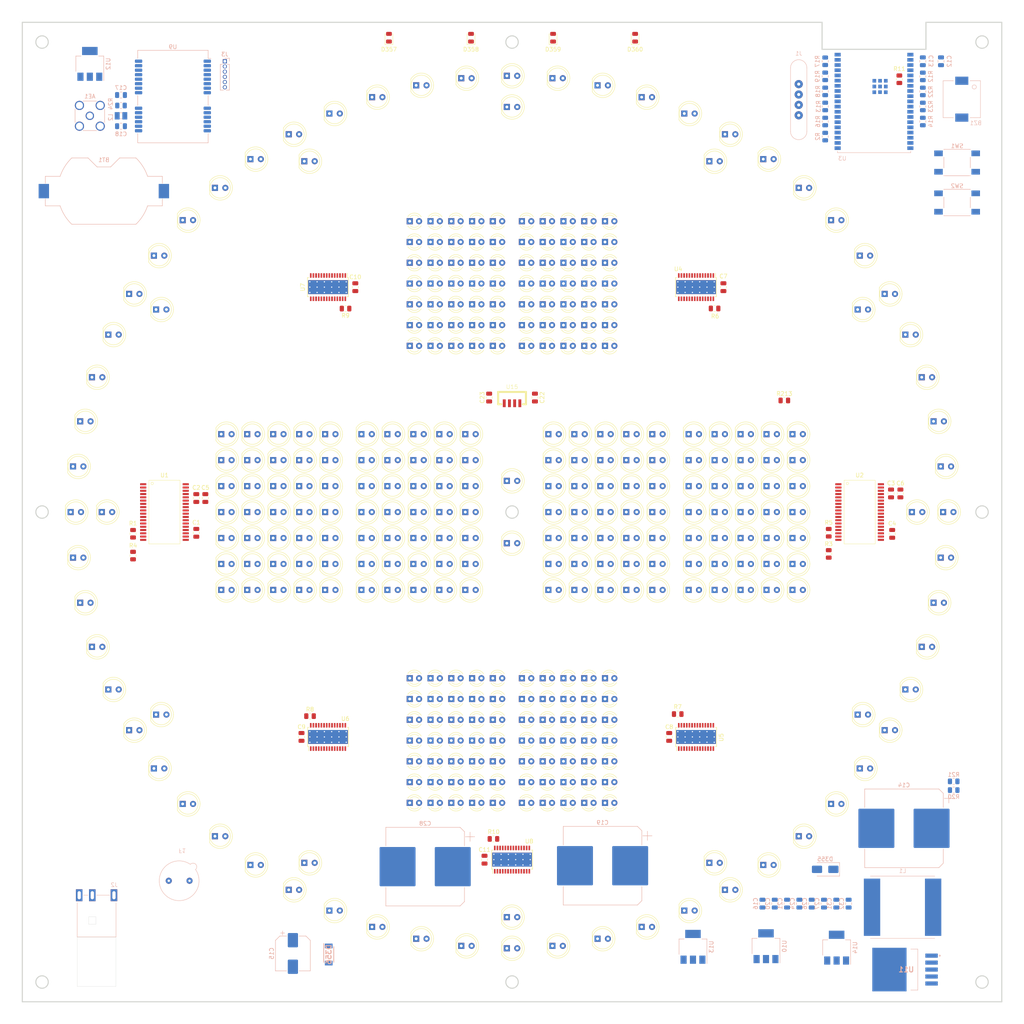
<source format=kicad_pcb>
(kicad_pcb (version 20240108) (generator "pcbnew") (generator_version "8.0")
  (layers (0 "F.Cu" signal) (31 "B.Cu" signal) (34 "B.Paste" user) (35 "F.Paste" user) (36 "B.SilkS" user "B.Silkscreen") (37 "F.SilkS" user "F.Silkscreen") (38 "B.Mask" user) (39 "F.Mask" user) (44 "Edge.Cuts" user))
  (property "PCB_SERIAL" "N/A")
  (net 0 "")
  (net 1 "/GPS timing module/GPS_ANTENNA")
  (net 2 "Net-(BT1-+)")
  (net 3 "GND")
  (net 4 "Net-(BZ1--)")
  (net 5 "Net-(U1-OSC)")
  (net 6 "Net-(C2-Pad1)")
  (net 7 "Net-(C3-Pad1)")
  (net 8 "Net-(U2-OSC)")
  (net 9 "Net-(U4-VCC)")
  (net 10 "Net-(U5-VCC)")
  (net 11 "Net-(U6-VCC)")
  (net 12 "Net-(U7-VCC)")
  (net 13 "Net-(U8-VCC)")
  (net 14 "Net-(U3-EN)")
  (net 15 "Net-(U3-3V3)")
  (net 16 "Net-(U10-VI)")
  (net 17 "Net-(D356-K)")
  (net 18 "Net-(U11-FB)")
  (net 19 "Net-(C17-Pad1)")
  (net 20 "Net-(U9-RF_IN)")
  (net 21 "Net-(U10-VO)")
  (net 22 "Net-(U15-V_{DD})")
  (net 23 "Net-(U12-VO)")
  (net 24 "Net-(U14-VO)")
  (net 25 "Net-(U13-VO)")
  (net 26 "Net-(D1-K)")
  (net 27 "Net-(D1-A)")
  (net 28 "Net-(D2-K)")
  (net 29 "Net-(D3-K)")
  (net 30 "Net-(D4-K)")
  (net 31 "Net-(D5-K)")
  (net 32 "Net-(D6-K)")
  (net 33 "Net-(D7-K)")
  (net 34 "Net-(D8-K)")
  (net 35 "Net-(D9-K)")
  (net 36 "Net-(D10-K)")
  (net 37 "Net-(D11-K)")
  (net 38 "Net-(D12-K)")
  (net 39 "Net-(D13-K)")
  (net 40 "Net-(D14-K)")
  (net 41 "Net-(D15-K)")
  (net 42 "Net-(D16-K)")
  (net 43 "Net-(D17-K)")
  (net 44 "Net-(D18-K)")
  (net 45 "Net-(D19-K)")
  (net 46 "Net-(D20-K)")
  (net 47 "Net-(D21-K)")
  (net 48 "Net-(D22-K)")
  (net 49 "Net-(D23-K)")
  (net 50 "Net-(D24-K)")
  (net 51 "Net-(D25-K)")
  (net 52 "Net-(D26-K)")
  (net 53 "Net-(D27-K)")
  (net 54 "Net-(D28-K)")
  (net 55 "Net-(D29-K)")
  (net 56 "Net-(D30-K)")
  (net 57 "Net-(D31-K)")
  (net 58 "Net-(D32-K)")
  (net 59 "Net-(D33-K)")
  (net 60 "Net-(D34-K)")
  (net 61 "Net-(D35-K)")
  (net 62 "Net-(D36-K)")
  (net 63 "Net-(D37-K)")
  (net 64 "Net-(D38-K)")
  (net 65 "Net-(D39-K)")
  (net 66 "Net-(D40-K)")
  (net 67 "Net-(D41-K)")
  (net 68 "Net-(D42-K)")
  (net 69 "Net-(D43-K)")
  (net 70 "Net-(D44-K)")
  (net 71 "Net-(D45-K)")
  (net 72 "Net-(D46-K)")
  (net 73 "Net-(D47-K)")
  (net 74 "Net-(D48-K)")
  (net 75 "Net-(D49-K)")
  (net 76 "Net-(D50-K)")
  (net 77 "Net-(D51-K)")
  (net 78 "Net-(D52-K)")
  (net 79 "Net-(D53-K)")
  (net 80 "Net-(D54-K)")
  (net 81 "Net-(D55-K)")
  (net 82 "Net-(D56-K)")
  (net 83 "Net-(D57-K)")
  (net 84 "Net-(D58-K)")
  (net 85 "Net-(D59-K)")
  (net 86 "Net-(D60-K)")
  (net 87 "Net-(D61-K)")
  (net 88 "Net-(D61-A)")
  (net 89 "Net-(D62-K)")
  (net 90 "Net-(D63-K)")
  (net 91 "Net-(D64-K)")
  (net 92 "Net-(D65-K)")
  (net 93 "Net-(D66-K)")
  (net 94 "Net-(D67-K)")
  (net 95 "Net-(D68-K)")
  (net 96 "Net-(D69-K)")
  (net 97 "Net-(D70-K)")
  (net 98 "Net-(D71-K)")
  (net 99 "Net-(D72-K)")
  (net 100 "/Clock face/LED display/LED matrices/U1D0D1R1")
  (net 101 "/Clock face/LED display/LED matrices/U1D0D2C1")
  (net 102 "/Clock face/LED display/LED matrices/U1D0D1R2")
  (net 103 "/Clock face/LED display/LED matrices/U1D0D1R3")
  (net 104 "/Clock face/LED display/LED matrices/U1D0D1R4")
  (net 105 "/Clock face/LED display/LED matrices/U1D0D1R5")
  (net 106 "/Clock face/LED display/LED matrices/U1D0D1R6")
  (net 107 "/Clock face/LED display/LED matrices/U1D0D1R7")
  (net 108 "/Clock face/LED display/LED matrices/U1D0D2C2")
  (net 109 "/Clock face/LED display/LED matrices/U1D0D2C3")
  (net 110 "/Clock face/LED display/LED matrices/U1D0D2C4")
  (net 111 "/Clock face/LED display/LED matrices/U1D0D2C5")
  (net 112 "/Clock face/LED display/LED matrices/U1D1D3C1")
  (net 113 "/Clock face/LED display/LED matrices/U1D1D3C2")
  (net 114 "/Clock face/LED display/LED matrices/U1D1D3C3")
  (net 115 "/Clock face/LED display/LED matrices/U1D1D3C4")
  (net 116 "/Clock face/LED display/LED matrices/U1D1D3C5")
  (net 117 "/Clock face/LED display/LED matrices/U1D2D3R1")
  (net 118 "/Clock face/LED display/LED matrices/U1D2D3R2")
  (net 119 "/Clock face/LED display/LED matrices/U1D2D3R3")
  (net 120 "/Clock face/LED display/LED matrices/U1D2D3R4")
  (net 121 "/Clock face/LED display/LED matrices/U1D2D3R5")
  (net 122 "/Clock face/LED display/LED matrices/U1D2D3R6")
  (net 123 "/Clock face/LED display/LED matrices/U1D2D3R7")
  (net 124 "/Clock face/LED display/LED matrices/U2D0D1R1")
  (net 125 "/Clock face/LED display/LED matrices/U2D0D2C1")
  (net 126 "/Clock face/LED display/LED matrices/U2D0D1R2")
  (net 127 "/Clock face/LED display/LED matrices/U2D0D1R3")
  (net 128 "/Clock face/LED display/LED matrices/U2D0D1R4")
  (net 129 "/Clock face/LED display/LED matrices/U2D0D1R5")
  (net 130 "/Clock face/LED display/LED matrices/U2D0D1R6")
  (net 131 "/Clock face/LED display/LED matrices/U2D0D1R7")
  (net 132 "/Clock face/LED display/LED matrices/U2D0D2C2")
  (net 133 "/Clock face/LED display/LED matrices/U2D0D2C3")
  (net 134 "/Clock face/LED display/LED matrices/U2D0D2C4")
  (net 135 "/Clock face/LED display/LED matrices/U2D0D2C5")
  (net 136 "/Clock face/LED display/LED matrices/U2D1D3C1")
  (net 137 "/Clock face/LED display/LED matrices/U2D1D3C2")
  (net 138 "/Clock face/LED display/LED matrices/U2D1D3C3")
  (net 139 "/Clock face/LED display/LED matrices/U2D1D3C4")
  (net 140 "/Clock face/LED display/LED matrices/U2D1D3C5")
  (net 141 "/Clock face/LED display/LED matrices/U2D2D3R1")
  (net 142 "/Clock face/LED display/LED matrices/U2D2D3R2")
  (net 143 "/Clock face/LED display/LED matrices/U2D2D3R3")
  (net 144 "/Clock face/LED display/LED matrices/U2D2D3R4")
  (net 145 "/Clock face/LED display/LED matrices/U2D2D3R5")
  (net 146 "/Clock face/LED display/LED matrices/U2D2D3R6")
  (net 147 "/Clock face/LED display/LED matrices/U2D2D3R7")
  (net 148 "Net-(D353-K)")
  (net 149 "Net-(D353-A)")
  (net 150 "Net-(D354-K)")
  (net 151 "Net-(D355-K)")
  (net 152 "Net-(D356-A)")
  (net 153 "Net-(D357-K)")
  (net 154 "Net-(D357-A)")
  (net 155 "Net-(D358-K)")
  (net 156 "Net-(D359-K)")
  (net 157 "Net-(D360-K)")
  (net 158 "Net-(F1-Pad1)")
  (net 159 "Net-(J1-Pin_1)")
  (net 160 "Net-(J1-Pin_2)")
  (net 161 "Net-(J1-Pin_3)")
  (net 162 "Net-(J3-Pin_1)")
  (net 163 "Net-(J3-Pin_2)")
  (net 164 "Net-(J3-Pin_3)")
  (net 165 "Net-(J3-Pin_4)")
  (net 166 "Net-(J3-Pin_5)")
  (net 167 "Net-(U1-ISET)")
  (net 168 "Net-(R2-Pad1)")
  (net 169 "/Clock face/LED display/CS")
  (net 170 "Net-(R3-Pad1)")
  (net 171 "/Clock face/DISP_U2BLINK")
  (net 172 "Net-(R4-Pad1)")
  (net 173 "/Clock face/DISP_U1BLINK")
  (net 174 "Net-(U2-ISET)")
  (net 175 "Net-(U4-IREF)")
  (net 176 "Net-(U5-IREF)")
  (net 177 "Net-(U6-IREF)")
  (net 178 "Net-(U7-IREF)")
  (net 179 "Net-(U8-IREF)")
  (net 180 "Net-(R11-Pad1)")
  (net 181 "/Clock face/LED dial/XERR")
  (net 182 "Net-(R12-Pad1)")
  (net 183 "Net-(R13-Pad1)")
  (net 184 "Net-(U3-IO0)")
  (net 185 "/Clock face/LED display/U2DOUT")
  (net 186 "Net-(U3-IO2)")
  (net 187 "Net-(R17-Pad1)")
  (net 188 "/MCU/SCL")
  (net 189 "Net-(R18-Pad1)")
  (net 190 "/MCU/SDA")
  (net 191 "Net-(R19-Pad1)")
  (net 192 "/GPS timing module/GPS_TIMEPULSE")
  (net 193 "Net-(R23-Pad2)")
  (net 194 "Net-(U9-VCC_RF)")
  (net 195 "Net-(R213-Pad1)")
  (net 196 "/Clock face/LED dial/BLANK")
  (net 197 "/Clock face/LED display/U1DIN")
  (net 198 "/Clock face/LED display/CLK")
  (net 199 "/Clock face/LED display/DCON")
  (net 200 "/Clock face/LED dial/SIN")
  (net 201 "/Clock face/LED dial/SOUT")
  (net 202 "/Clock face/LED dial/XLAT")
  (net 203 "/Clock face/LED dial/SCLK")
  (net 204 "/Clock face/LED dial/GSCLK")
  (net 214 "/Clock face/LED dial/VPRG")
  (net 216 "/Clock face/LED dial/DCPRG")
  (net 217 "Net-(U4-SOUT)")
  (net 218 "Net-(U5-SOUT)")
  (net 219 "Net-(U6-SOUT)")
  (net 220 "Net-(U7-SOUT)")
  (net 224 "Net-(U9-VCC)")
  (footprint "LED_THT_espena:LED_D3.0mm_p2.28" (layer "F.Cu") (at 126.619 211.455)
    (property "Reference" "D225" (hide yes))
    (property "Value" "620nm")
  )
  (footprint "LED_THT_espena:LED_D3.0mm_p2.28" (layer "F.Cu") (at 148.971 216.535)
    (property "Reference" "D254" (hide yes))
    (property "Value" "620nm")
  )
  (footprint "LED_THT_espena:LED_D5.0mm_p2.54" (layer "F.Cu") (at 100.965 139.065)
    (property "Reference" "D103" (hide yes))
    (property "Value" "620nm")
  )
  (footprint "LED_THT_espena:LED_D5.0mm_p2.54" (layer "F.Cu") (at 82.710069 59.109067)
    (property "Reference" "D54" (hide yes))
    (property "Value" "620nm")
  )
  (footprint "LED_THT_espena:LED_D5.0mm_p2.54" (layer "F.Cu") (at 174.625 158.115)
    (property "Reference" "D169" (hide yes))
    (property "Value" "620nm")
  )
  (footprint "LED_THT_espena:LED_D5.0mm_p2.54" (layer "F.Cu") (at 38.735 145.415)
    (property "Reference" "D45" (hide yes))
    (property "Value" "620nm")
  )
  (footprint "LED_THT_espena:LED_D5.0mm_p2.54" (layer "F.Cu") (at 194.945 231.203476)
    (property "Reference" "D65" (hide yes))
    (property "Value" "620nm")
  )
  (footprint "LED_THT_espena:LED_D5.0mm_p2.54" (layer "F.Cu") (at 145.415 252.095)
    (property "Reference" "D30" (hide yes))
    (property "Value" "620nm")
  )
  (footprint "LED_THT_espena:LED_D5.0mm_p2.54" (layer "F.Cu") (at 122.555 164.465)
    (property "Reference" "D128" (hide yes))
    (property "Value" "620nm")
  )
  (footprint "LED_THT_espena:LED_D5.0mm_p2.54" (layer "F.Cu") (at 109.855 132.715)
    (property "Reference" "D109" (hide yes))
    (property "Value" "620nm")
  )
  (footprint "LED_THT_espena:LED_D5.0mm_p2.54" (layer "F.Cu") (at 145.415 137.795)
    (property "Reference" "D353" (hide yes))
    (property "Value" "620nm")
  )
  (footprint "LED_THT_espena:LED_D5.0mm_p2.54" (layer "F.Cu") (at 81.915 158.115)
    (property "Reference" "D85" (hide yes))
    (property "Value" "620nm")
  )
  (footprint "LED_THT_espena:LED_D3.0mm_p2.28" (layer "F.Cu") (at 136.779 206.375)
    (property "Reference" "D238" (hide yes))
    (property "Value" "620nm")
  )
  (footprint "LED_THT_espena:LED_D5.0mm_p2.54" (layer "F.Cu") (at 188.805665 242.872029)
    (property "Reference" "D26" (hide yes))
    (property "Value" "620nm")
  )
  (footprint "Package_SO:HTSSOP-28-1EP_4.4x9.7mm_P0.65mm_EP3.4x9.5mm_Mask2.4x6.17mm_ThermalVias" (layer "F.Cu") (at 100.415 200.415 90)
    (property "Reference" "U6")
    (property "Value" "TLC5940PWP")
  )
  (footprint "LED_THT_espena:LED_D5.0mm_p2.54" (layer "F.Cu") (at 109.855 151.765)
    (property "Reference" "D112" (hide yes))
    (property "Value" "620nm")
  )
  (footprint "LED_THT_espena:LED_D3.0mm_p2.28" (layer "F.Cu") (at 164.211 79.375)
    (property "Reference" "D340" (hide yes))
    (property "Value" "620nm")
  )
  (footprint "LED_THT_espena:LED_D3.0mm_p2.28" (layer "F.Cu") (at 126.619 89.535)
    (property "Reference" "D293" (hide yes))
    (property "Value" "620nm")
  )
  (footprint "LED_THT_espena:LED_D5.0mm_p2.54" (layer "F.Cu") (at 109.855 139.065)
    (property "Reference" "D110" (hide yes))
    (property "Value" "620nm")
  )
  (footprint "LED_THT_espena:LED_D5.0mm_p2.54" (layer "F.Cu") (at 94.615 158.115)
    (property "Reference" "D99" (hide yes))
    (property "Value" "620nm")
  )
  (footprint "LED_THT_espena:LED_D5.0mm_p2.54" (layer "F.Cu") (at 208.915 126.365)
    (property "Reference" "D199" (hide yes))
    (property "Value" "620nm")
  )
  (footprint "LED_THT_espena:LED_D5.0mm_p2.54" (layer "F.Cu") (at 180.975 164.465)
    (property "Reference" "D177" (hide yes))
    (property "Value" "620nm")
  )
  (footprint "LED_THT_espena:LED_D5.0mm_p2.54" (layer "F.Cu") (at 109.855 145.415)
    (property "Reference" "D111" (hide yes))
    (property "Value" "620nm")
  )
  (footprint "LED_THT_espena:LED_D5.0mm_p2.54" (layer "F.Cu") (at 156.566096 39.319404)
    (property "Reference" "D1" (hide yes))
    (property "Value" "620nm")
  )
  (footprint "Resistor_SMD:R_0805_2012Metric" (layer "F.Cu") (at 222.8596 155.6512 90)
    (property "Reference" "R3")
    (property "Value" "4.7k")
  )
  (footprint "LED_THT_espena:LED_D5.0mm_p2.54" (layer "F.Cu") (at 135.255 139.065)
    (property "Reference" "D138" (hide yes))
    (property "Value" "620nm")
  )
  (footprint "LED_THT_espena:LED_D5.0mm_p2.54" (layer "F.Cu") (at 135.255 145.415)
    (property "Reference" "D139" (hide yes))
    (property "Value" "620nm")
  )
  (footprint "LED_THT_espena:LED_D5.0mm_p2.54" (layer "F.Cu") (at 81.915 139.065)
    (property "Reference" "D82" (hide yes))
    (property "Value" "620nm")
  )
  (footprint "LED_THT_espena:LED_D3.0mm_p2.28" (layer "F.Cu") (at 154.051 84.455)
    (property "Reference" "D327" (hide yes))
    (property "Value" "620nm")
  )
  (footprint "LED_THT_espena:LED_D5.0mm_p2.54" (layer "F.Cu") (at 47.957971 188.805665)
    (property "Reference" "D41" (hide yes))
    (property "Value" "620nm")
  )
  (footprint "LED_THT_espena:LED_D3.0mm_p2.28" (layer "F.Cu") (at 136.779 99.695)
    (property "Reference" "D309" (hide yes))
    (property "Value" "620nm")
  )
  (footprint "LED_THT_espena:LED_D5.0mm_p2.54" (layer "F.Cu") (at 135.255 158.115)
    (property "Reference" "D141" (hide yes))
    (property "Value" "620nm")
  )
  (footprint "LED_THT_espena:LED_D3.0mm_p2.28" (layer "F.Cu") (at 131.699 104.775)
    (property "Reference" "D303" (hide yes))
    (property "Value" "620nm")
  )
  (footprint "LED_THT_espena:LED_D3.0mm_p2.28" (layer "F.Cu") (at 121.539 74.295)
    (property "Reference" "D283" (hide yes))
    (property "Value" "620nm")
  )
  (footprint "LED_THT_espena:LED_D3.0mm_p2.28" (layer "F.Cu") (at 121.539 216.535)
    (property "Reference" "D219" (hide yes))
    (property "Value" "620nm")
  )
  (footprint "LED_THT_espena:LED_D5.0mm_p2.54" (layer "F.Cu") (at 123.234981 41.066214)
    (property "Reference" "D58" (hide yes))
    (property "Value" "620nm")
  )
  (footprint "LED_THT_espena:LED_D5.0mm_p2.54" (layer "F.Cu") (at 59.109067 208.119931)
    (property "Reference" "D39" (hide yes))
    (property "Value" "620nm")
  )
  (footprint "LED_THT_espena:LED_D5.0mm_p2.54" (layer "F.Cu") (at 155.575 126.365)
    (property "Reference" "D143" (hide yes))
    (property "Value" "620nm")
  )
  (footprint "LED_THT_espena:LED_D5.0mm_p2.54" (layer "F.Cu") (at 167.595019 249.763786)
    (property "Reference" "D28" (hide yes))
    (property "Value" "620nm")
  )
  (footprint "LED_THT_espena:LED_D3.0mm_p2.28" (layer "F.Cu") (at 126.619 79.375)
    (property "Reference" "D291" (hide yes))
    (property "Value" "620nm")
  )
  (footprint "LED_THT_espena:LED_D3.0mm_p2.28" (layer "F.Cu") (at 159.131 201.295)
    (property "Reference" "D265" (hide yes))
    (property "Value" "620nm")
  )
  (footprint "LED_THT_espena:LED_D5.0mm_p2.54" (layer "F.Cu") (at 116.205 158.115)
    (property "Reference" "D120" (hide yes))
    (property "Value" "620nm")
  )
  (footprint "LED_THT_espena:LED_D5.0mm_p2.54" (layer "F.Cu") (at 82.710069 231.720933)
    (property "Reference" "D36" (hide yes))
    (property "Value" "620nm")
  )
  (footprint "LED_THT_espena:LED_D3.0mm_p2.28" (layer "F.Cu") (at 148.971 104.775)
    (property "Reference" "D324" (hide yes))
    (property "Value" "620nm")
  )
  (footprint "LED_THT_espena:LED_D5.0mm_p2.54" (layer "F.Cu") (at 94.615 126.365)
    (property "Reference" "D94" (hide yes))
    (property "Value" "620nm")
  )
  (footprint "LED_THT_espena:LED_D5.0mm_p2.54" (layer "F.Cu") (at 81.915 126.365)
    (property "Reference" "D80" (hide yes))
    (property "Value" "620nm")
  )
  (footprint "LED_THT_espena:LED_D5.0mm_p2.54" (layer "F.Cu") (at 116.205 139.065)
    (property "Reference" "D117" (hide yes))
    (property "Value" "620nm")
  )
  (footprint "LED_THT_espena:LED_D3.0mm_p2.28" (layer "F.Cu") (at 169.291 186.055)
    (property "Reference" "D276" (hide yes))
    (property "Value" "620nm")
  )
  (footprint "Capacitor_SMD:C_0805_2012Metric" (layer "F.Cu") (at 68.199 141.986 -90)
    (property "Reference" "C2")
    (property "Value" "100nF")
  )
  (footprint "LED_THT_espena:LED_D5.0mm_p2.54" (layer "F.Cu") (at 122.555 151.765)
    (property "Reference" "D126" (hide yes))
    (property "Value" "620nm")
  )
  (footprint "LED_THT_espena:LED_D3.0mm_p2.28" (layer "F.Cu") (at 169.291 196.215)
    (property "Reference" "D278" (hide yes))
    (property "Value" "620nm")
  )
  (footprint "LED_THT_espena:LED_D3.0mm_p2.28" (layer "F.Cu") (at 121.539 79.375)
    (property "Reference" "D284" (hide yes))
    (property "Value" "620nm")
  )
  (footprint "LED_THT_espena:LED_D5.0mm_p2.54" (layer "F.Cu") (at 39.319404 134.263904)
    (property "Reference" "D46" (hide yes))
    (property "Value" "620nm")
  )
  (footprint "LED_THT_espena:LED_D5.0mm_p2.54" (layer "F.Cu") (at 81.915 145.415)
    (property "Reference" "D83" (hide yes))
    (property "Value" "620nm")
  )
  (footprint "LED_THT_espena:LED_D5.0mm_p2.54" (layer "F.Cu") (at 180.975 132.715)
    (property "Reference" "D172" (hide yes))
    (property "Value" "620nm")
  )
  (footprint "LED_THT_espena:LED_D3.0mm_p2.28" (layer "F.Cu") (at 121.539 89.535)
    (property "Reference" "D286" (hide yes))
    (property "Value" "620nm")
  )
  (footprint "LED_THT_espena:LED_D3.0mm_p2.28" (layer "F.Cu") (at 148.971 74.295)
    (property "Reference" "D318" (hide yes))
    (property "Value" "620nm")
  )
  (footprint "LED_THT_espena:LED_D5.0mm_p2.54" (layer "F.Cu") (at 188.805665 47.957971)
    (property "Reference" "D4" (hide yes))
    (property "Value" "620nm")
  )
  (footprint "LED_THT_espena:LED_D3.0mm_p2.28" (layer "F.Cu") (at 159.131 79.375)
    (property "Reference" "D333" (hide yes))
    (property "Value" "620nm")
  )
  (footprint "LED_THT_espena:LED_D3.0mm_p2.28" (layer "F.Cu") (at 141.859 84.455)
    (property "Reference" "D313" (hide yes))
    (property "Value" "620nm")
  )
  (footprint "LED_THT_espena:LED_D5.0mm_p2.54" (layer "F.Cu") (at 53.02741 198.755)
    (property "Reference" "D40" (hide yes))
    (property "Value" "620nm")
  )
  (footprint "LED_THT_espena:LED_D3.0mm_p2.28" (layer "F.Cu") (at 121.539 196.215)
    (property "Reference" "D215" (hide yes))
    (property "Value" "620nm")
  )
  (footprint "Resistor_SMD:R_0805_2012Metric" (layer "F.Cu") (at 222.8596 150.4696 -90)
    (property "Reference" "R5")
    (property "Value" "53.6k")
  )
  (footprint "LED_THT_espena:LED_D3.0mm_p2.28" (layer "F.Cu") (at 169.291 84.455)
    (property "Reference" "D348" (hide yes))
    (property "Value" "620nm")
  )
  (footprint "Resistor_SMD:R_0805_2012Metric" (layer "F.Cu") (at 212.0034 118.1268)
    (property "Reference" "R213")
    (property "Value" "10k")
  )
  (footprint "LED_THT_espena:LED_D5.0mm_p2.54" (layer "F.Cu") (at 202.565 126.365)
    (property "Reference" "D192" (hide yes))
    (property "Value" "620nm")
  )
  (footprint "LED_THT_espena:LED_D5.0mm_p2.54" (layer "F.Cu") (at 75.565 164.465)
    (property "Reference" "D79" (hide yes))
    (property "Value" "620nm")
  )
  (footprint "LED_THT_espena:LED_D5.0mm_p2.54" (layer "F.Cu") (at 156.566096 251.510596)
    (property "Reference" "D29" (hide yes))
    (property "Value" "620nm")
  )
  (footprint "LED_THT_espena:LED_D5.0mm_p2.54" (layer "F.Cu") (at 109.855 164.465)
    (property "Reference" "D114" (hide yes))
    (property "Value" "620nm")
  )
  (footprint "LED_THT_espena:LED_D3.0mm_p2.28" (layer "F.Cu") (at 164.211 104.775)
    (property "Reference" "D345" (hide yes))
    (property "Value" "620nm")
  )
  (footprint "LED_THT_espena:LED_D5.0mm_p2.54" (layer "F.Cu") (at 208.915 164.465)
    (property "Reference" "D205" (hide yes))
    (property "Value" "620nm")
  )
  (footprint "LED_THT_espena:LED_D5.0mm_p2.54" (layer "F.Cu") (at 237.80259 198.755)
    (property "Reference" "D20" (hide yes))
    (property "Value" "620nm")
  )
  (footprint "Package_SO:HTSSOP-28-1EP_4.4x9.7mm_P0.65mm_EP3.4x9.5mm_Mask2.4x6.17mm_ThermalVias" (layer "F.Cu") (at 145.415 230.415 90)
    (property "Reference" "U8")
    (property "Value" "TLC5940PWP")
  )
  (footprint "LED_THT_espena:LED_D5.0mm_p2.54" (layer "F.Cu") (at 135.255 126.365)
    (property "Reference" "D136" (hide yes))
    (property "Value" "620nm")
  )
  (footprint "LED_THT_espena:LED_D3.0mm_p2.28" (layer "F.Cu") (at 136.779 211.455)
    (property "Reference" "D239" (hide yes))
    (property "Value" "620nm")
  )
  (footprint "LED_THT_espena:LED_D3.0mm_p2.28" (layer "F.Cu") (at 136.779 79.375)
    (property "Reference" "D305" (hide yes))
    (property "Value" "620nm")
  )
  (footprint "LED_THT_espena:LED_D5.0mm_p2.54" (layer "F.Cu") (at 88.265 151.765)
    (property "Reference" "D91" (hide yes))
    (property "Value" "620nm")
  )
  (footprint "LED_THT_espena:LED_D5.0mm_p2.54" (layer "F.Cu") (at 168.275 164.465)
    (property "Reference" "D163" (hide yes))
    (property "Value" "620nm")
  )
  (footprint "Resistor_SMD:R_0805_2012Metric" (layer "F.Cu") (at 185.928 194.818 180)
    (property "Reference" "R7")
    (property "Value" "2k")
  )
  (footprint "LED_THT_espena:LED_D3.0mm_p2.28" (layer "F.Cu") (at 131.699 186.055)
    (property "Reference" "D227" (hide yes))
    (property "Value" "620nm")
  )
  (footprint "LED_THT_espena:LED_D3.0mm_p2.28" (layer "F.Cu") (at 159.131 191.135)
    (property "Reference" "D263" (hide yes))
    (property "Value" "620nm")
  )
  (footprint "LED_THT_espena:LED_D3.0mm_p2.28" (layer "F.Cu") (at 159.131 104.775)
    (property "Reference" "D338" (hide yes))
    (property "Value" "620nm")
  )
  (footprint "LED_THT_espena:LED_D5.0mm_p2.54" (layer "F.Cu") (at 231.720933 82.710069)
    (property "Reference" "D9" (hide yes))
    (property "Value" "620nm")
  )
  (footprint "LED_THT_espena:LED_D5.0mm_p2.54" (layer "F.Cu") (at 46.355 145.415)
    (property "Reference" "D69" (hide yes))
    (property "Value" "620nm")
  )
  (footprint "LED_THT_espena:LED_D3.0mm_p2.28" (layer "F.Cu") (at 121.539 191.135)
    (property "Reference" "D214" (hide yes))
    (property "Value" "620nm")
  )
  (footprint "LED_THT_espena:LED_D5.0mm_p2.54" (layer "F.Cu") (at 237.80259 92.075)
    (property "Reference" "D10" (hide yes))
    (property "Value" "620nm")
  )
  (footprint "LED_THT_espena:LED_D5.0mm_p2.54" (layer "F.Cu") (at 196.215 164.465)
    (property "Reference" "D191" (hide yes))
    (property "Value" "620nm")
  )
  (footprint "LED_THT_espena:LED_D5.0mm_p2.54" (layer "F.Cu") (at 224.69369 216.797853)
    (property "Reference" "D22" (hide yes))
    (property "Value" "620nm")
  )
  (footprint "LED_THT_espena:LED_D3.0mm_p2.28" (layer "F.Cu") (at 164.211 94.615)
    (property "Reference" "D343" (hide yes))
    (property "Value" "620nm")
  )
  (footprint "LED_THT_espena:LED_D5.0mm_p2.54" (layer "F.Cu") (at 145.415 244.475)
    (property "Reference" "D66" (hide yes))
    (property "Value" "620nm")
  )
  (footprint "LED_THT_espena:LED_D3.0mm_p2.28" (layer "F.Cu") (at 131.699 206.375)
    (property "Reference" "D231" (hide yes))
    (property "Value" "620nm")
  )
  (footprint "LED_THT_espena:LED_D5.0mm_p2.54" (layer "F.Cu") (at 116.205 132.715)
    (property "Reference" "D116" (hide yes))
    (property "Value" "620nm")
  )
  (footprint "LED_THT_espena:LED_D3.0mm_p2.28" (layer "F.Cu") (at 159.131 216.535)
    (property "Reference" "D268" (hide yes))
    (property "Value" "620nm")
  )
  (footprint "LED_THT_espena:LED_D3.0mm_p2.28" (layer "F.Cu") (at 154.051 186.055)
    (property "Reference" "D255" (hide yes))
    (property "Value" "620nm")
  )
  (footprint "LED_THT_espena:LED_D3.0mm_p2.28" (layer "F.Cu") (at 154.051 191.135)
    (property "Reference" "D256" (hide yes))
    (property "Value" "620nm")
  )
  (footprint "LED_THT_espena:LED_D5.0mm_p2.54" (layer "F.Cu") (at 178.380933 246.873709)
    (property "Reference" "D27" (hide yes))
    (property "Value" "620nm")
  )
  (footprint "LED_THT_espena:LED_D5.0mm_p2.54" (layer "F.Cu") (at 189.865 151.765)
    (property "Reference" "D182" (hide yes))
    (property "Value" "620nm")
  )
  (footprint "Resistor_SMD:R_0805_2012Metric" (layer "F.Cu") (at 240.1316 39.5732 90)
    (property "Reference" "R11")
    (property "Value" "100k")
  )
  (footprint "LED_THT_espena:LED_D5.0mm_p2.54" (layer "F.Cu") (at 66.13631 216.797853)
    (property "Reference" "D38" (hide yes))
    (property "Value" "620nm")
  )
  (footprint "LED_THT_espena:LED_D5.0mm_p2.54" (layer "F.Cu") (at 180.975 126.365)
    (property "Reference" "D171" (hide yes))
    (property "Value" "620nm")
  )
  (footprint "LED_THT_espena:LED_D5.0mm_p2.54" (layer "F.Cu") (at 161.925 132.715)
    (property "Reference" "D151" (hide yes))
    (property "Value" "620nm")
  )
  (footprint "LED_THT_espena:LED_D5.0mm_p2.54" (layer "F.Cu") (at 66.13631 74.032147)
    (property "Reference" "D52" (hide yes))
    (property "Value" "620nm")
  )
  (footprint "LED_THT_espena:LED_D5.0mm_p2.54" (layer "F.Cu") (at 155.575 139.065)
    (property "Reference" "D145" (hide yes))
    (property "Value" "620nm")
  )
  (footprint "LED_THT_espena:LED_D5.0mm_p2.54" (layer "F.Cu") (at 41.066214 123.234981)
    (property "Reference" "D47" (hide yes))
    (property "Value" "620nm")
  )
  (footprint "Capacitor_SMD:C_0805_2012Metric" (layer "F.Cu") (at 183.8452 200.406 -90)
    (property "Reference" "C8")
    (property "Value" "100nF")
  )
  (footprint "LED_THT_espena:LED_D3.0mm_p2.28" (layer "F.Cu") (at 169.291 211.455)
    (property "Reference" "D281" (hide yes))
    (property "Value" "620nm")
  )
  (footprint "LED_THT_espena:LED_D5.0mm_p2.54" (layer "F.Cu") (at 215.265 139.065)
    (property "Reference" "D208" (hide yes))
    (property "Value" "620nm")
  )
  (footprint "LED_THT_espena:LED_D3.0mm_p2.28" (layer "F.Cu") (at 164.211 211.455)
    (property "Reference" "D274" (hide yes))
    (property "Value" "620nm")
  )
  (footprint "LED_THT_espena:LED_D3.0mm_p2.28" (layer "F.Cu") (at 154.051 79.375)
    (property "Reference" "D326" (hide yes))
    (property "Value" "620nm")
  )
  (footprint "LED_THT_espena:LED_D3.0mm_p2.28" (layer "F.Cu") (at 121.539 186.055)
    (property "Reference" "D213" (hide yes))
    (property "Value" "620nm")
  )
  (footprint "LED_THT_espena:LED_D3.0mm_p2.28" (layer "F.Cu") (at 169.291 99.695)
    (property "Reference" "D351" (hide yes))
    (property "Value" "620nm")
  )
  (footprint "LED_THT_espena:LED_D3.0mm_p2.28" (layer "F.Cu") (at 136.779 94.615)
    (property "Reference" "D308" (hide yes))
    (property "Value" "620nm")
  )
  (footprint "LED_THT_espena:LED_D5.0mm_p2.54" (layer "F.Cu") (at 202.565 164.465)
    (property "Reference" "D198" (hide yes))
    (property "Value" "620nm")
  )
  (footprint "LED_THT_espena:LED_D3.0mm_p2.28" (layer "F.Cu") (at 154.051 201.295)
    (property "Reference" "D258" (hide yes))
    (property "Value" "620nm")
  )
  (footprint "LED_THT_espena:LED_D5.0mm_p2.54" (layer "F.Cu") (at 180.975 145.415)
    (property "Reference" "D174" (hide yes))
    (property "Value" "620nm")
  )
  (footprint "Resistor_SMD:R_0805_2012Metric" (layer "F.Cu") (at 140.8684 225.3488 180)
    (property "Reference" "R10")
    (property "Value" "2k")
  )
  (footprint "LED_THT_espena:LED_D5.0mm_p2.54" (layer "F.Cu") (at 135.255 132.715)
    (property "Reference" "D137" (hide yes))
    (property "Value" "620nm")
  )
  (footprint "LED_THT_espena:LED_D3.0mm_p2.28" (layer "F.Cu") (at 141.859 74.295)
    (property "Reference" "D311" (hide yes))
    (property "Value" "620nm")
  )
  (footprint "LED_THT_espena:LED_D5.0mm_p2.54" (layer "F.Cu") (at 128.905 132.715)
    (property "Reference" "D130" (hide yes))
    (property "Value" "620nm")
  )
  (footprint "LED_THT_espena:LED_D3.0mm_p2.28" (layer "F.Cu") (at 131.699 74.295)
    (property "Reference" "D297" (hide yes))
    (property "Value" "620nm")
  )
  (footprint "LED_THT_espena:LED_D5.0mm_p2.54" (layer "F.Cu") (at 180.975 158.115)
    (property "Reference" "D176" (hide yes))
    (property "Value" "620nm")
  )
  (footprint "LED_THT_espena:LED_D5.0mm_p2.54" (layer "F.Cu") (at 88.265 158.115)
    (property "Reference" "D92" (hide yes))
    (property "Value" "620nm")
  )
  (footprint "LED_THT_espena:LED_D5.0mm_p2.54" (layer "F.Cu") (at 75.565 139.065)
    (property "Reference" "D75" (hide yes))
    (property "Value" "620nm")
  )
  (footprint "LED_SMD:LED_0805_2012Metric" (layer "F.Cu") (at 135.381125 29.413876 90)
    (property "Reference" "D358")
    (property "Value" "570nm")
  )
  (footprint "LED_THT_espena:LED_D3.0mm_p2.28" (layer "F.Cu") (at 141.859 104.775)
    (property "Reference" "D317" (hide yes))
    (property "Value" "620nm")
  )
  (footprint "Capacitor_SMD:C_0805_2012Metric" (layer "F.Cu") (at 197.104 90.424 90)
    (property "Reference" "C7")
    (property "Value" "100nF")
  )
  (footprint "LED_THT_espena:LED_D5.0mm_p2.54" (layer "F.Cu") (at 135.255 151.765)
    (property "Reference" "D140" (hide yes))
    (property "Value" "620nm")
  )
  (footprint "LED_THT_espena:LED_D5.0mm_p2.54" (layer "F.Cu") (at 231.720933 208.119931)
    (property "Reference" "D21" (hide yes))
    (property "Value" "620nm")
  )
  (footprint "LED_THT_espena:LED_D5.0mm_p2.54" (layer "F.Cu") (at 116.205 145.415)
    (property "Reference" "D118" (hide yes))
    (property "Value" "620nm")
  )
  (footprint "LED_THT_espena:LED_D5.0mm_p2.54" (layer "F.Cu") (at 122.555 158.115)
    (property "Reference" "D127" (hide yes))
    (property "Value" "620nm")
  )
  (footprint "LED_THT_espena:LED_D3.0mm_p2.28" (layer "F.Cu") (at 121.539 104.775)
    (property "Reference" "D289" (hide yes))
    (property "Value" "620nm")
  )
  (footprint "LED_THT_espena:LED_D5.0mm_p2.54" (layer "F.Cu") (at 161.925 158.115)
    (property "Reference" "D155" (hide yes))
    (property "Value" "620nm")
  )
  (footprint "LED_THT_espena:LED_D3.0mm_p2.28" (layer "F.Cu") (at 131.699 79.375)
    (property "Reference" "D298" (hide yes))
    (property "Value" "620nm")
  )
  (footprint "LED_THT_espena:LED_D3.0mm_p2.28" (layer "F.Cu") (at 131.699 196.215)
    (property "Reference" "D229" (hide yes))
    (property "Value" "620nm")
  )
  (footprint "LED_THT_espena:LED_D5.0mm_p2.54" (layer "F.Cu") (at 202.565 145.415)
    (property "Reference" "D195" (hide yes))
    (property "Value" "620nm")
  )
  (footprint "LED_THT_espena:LED_D5.0mm_p2.54" (layer "F.Cu") (at 161.925 145.415)
    (property "Reference" "D153" (hide yes))
    (property "Value" "620nm")
  )
  (footprint "LED_THT_espena:LED_D3.0mm_p2.28" (layer "F.Cu") (at 121.539 94.615)
    (property "Reference" "D287" (hide yes))
    (property "Value" "620nm")
  )
  (footprint "LED_THT_espena:LED_D3.0mm_p2.28" (layer "F.Cu") (at 121.539 211.455)
    (property "Reference" "D218" (hide yes))
    (property "Value" "620nm")
  )
  (footprint "LED_THT_espena:LED_D5.0mm_p2.54" (layer "F.Cu") (at 92.075 53.02741)
    (property "Reference" "D55" (hide yes))
    (property "Value" "620nm")
  )
  (footprint "LED_THT_espena:LED_D5.0mm_p2.54" (layer "F.Cu") (at 123.234981 249.763786)
    (property "Reference" "D32" (hide yes))
    (property "Value" "620nm")
  )
  (footprint "LED_THT_espena:LED_D3.0mm_p2.28" (layer "F.Cu") (at 169.291 89.535)
    (property "Reference" "D349" (hide yes))
    (property "Value" "620nm")
  )
  (footprint "LED_THT_espena:LED_D3.0mm_p2.28" (layer "F.Cu") (at 121.539 84.455)
    (property "Reference" "D285" (hide yes))
    (property "Value" "620nm")
  )
  (footprint "LED_THT_espena:LED_D3.0mm_p2.28" (layer "F.Cu") (at 141.859 94.615)
    (property "Reference" "D315" (hide yes))
    (property "Value" "620nm")
  )
  (footprint "LED_THT_espena:LED_D5.0mm_p2.54" (layer "F.Cu") (at 100.965 126.365)
    (property "Reference" "D101" (hide yes))
    (property "Value" "620nm")
  )
  (footprint "LED_THT_espena:LED_D3.0mm_p2.28" (layer "F.Cu") (at 131.699 84.455)
    (property "Reference" "D299" (hide yes))
    (property "Value" "620nm")
  )
  (footprint "LED_THT_espena:LED_D5.0mm_p2.54" (layer "F.Cu") (at 145.415 153.035)
    (property "Reference" "D354" (hide yes))
    (property "Value" "620nm")
  )
  (footprint "LED_THT_espena:LED_D5.0mm_p2.54" (layer "F.Cu") (at 59.109067 82.710069)
    (property "Reference" "D51" (hide yes))
    (property "Value" "620nm")
  )
  (footprint "LED_THT_espena:LED_D5.0mm_p2.54" (layer "F.Cu") (at 202.565 132.715)
    (property "Reference" "D193" (hide yes))
    (property "Value" "620nm")
  )
  (footprint "LED_THT_espena:LED_D3.0mm_p2.28" (layer "F.Cu") (at 148.971 196.215)
    (property "Reference" "D250" (hide yes))
    (property "Value" "620nm")
  )
  (footprint "LED_THT_espena:LED_D5.0mm_p2.54" (layer "F.Cu") (at 94.615 132.715)
    (property "Reference" "D95" (hide yes))
    (property "Value" "620nm")
  )
  (footprint "LED_THT_espena:LED_D5.0mm_p2.54" (layer "F.Cu") (at 43.956291 112.449067)
    (property "Reference" "D48" (hide yes))
    (property "Value" "620nm")
  )
  (footprint "LED_THT_espena:LED_D5.0mm_p2.54" (layer "F.Cu") (at 75.565 145.415)
    (property "Reference" "D76" (hide yes))
    (property "Value" "620nm")
  )
  (footprint "LED_THT_espena:LED_D3.0mm_p2.28" (layer "F.Cu") (at 164.211 74.295)
    (property "Reference" "D339" (hide yes))
    (property "Value" "620nm")
  )
  (footprint "LED_THT_espena:LED_D5.0mm_p2.54" (layer "F.Cu") (at 174.625 132.715)
    (property "Reference" "D165" (hide yes))
    (property "Value" "620nm")
  )
  (footprint "LED_THT_espena:LED_D3.0mm_p2.28" (layer "F.Cu") (at 154.051 104.775)
    (property "Reference" "D331" (hide yes))
    (property "Value" "620nm")
  )
  (footprint "LED_THT_espena:LED_D5.0mm_p2.54" (layer "F.Cu") (at 216.797853 224.69369)
    (property "Reference" "D23" (hide yes))
    (property "Value" "620nm")
  )
  (footprint "LED_THT_espena:LED_D3.0mm_p2.28" (layer "F.Cu") (at 136.779 196.215)
    (property "Reference" "D236" (hide yes))
    (property "Value" "620nm")
  )
  (footprint "LED_THT_espena:LED_D5.0mm_p2.54" (layer "F.Cu") (at 59.626524 194.945)
    (property "Reference" "D68" (hide yes))
    (property "Value" "620nm")
  )
  (footprint "LED_THT_espena:LED_D3.0mm_p2.28" (layer "F.Cu") (at 141.859 206.375)
    (property "Reference" "D245" (hide yes))
    (property "Value" "620nm")
  )
  (footprint "LED_THT_espena:LED_D5.0mm_p2.54" (layer "F.Cu") (at 128.905 126.365)
    (property "Reference" "D129" (hide yes))
    (property "Value" "620nm")
  )
  (footprint "LED_THT_espena:LED_D3.0mm_p2.28" (layer "F.Cu") (at 169.291 216.535)
    (property "Reference" "D282" (hide yes))
    (property "Value" "620nm")
  )
  (footprint "LED_THT_espena:LED_D5.0mm_p2.54" (layer "F.Cu") (at 215.265 164.465)
    (property "Reference" "D212" (hide yes))
    (property "Value" "620nm")
  )
  (footprint "LED_THT_espena:LED_D5.0mm_p2.54" (layer "F.Cu") (at 94.615 151.765)
    (property "Reference" "D98" (hide yes))
    (property "Value" "620nm")
  )
  (footprint "LED_THT_espena:LED_D5.0mm_p2.54" (layer "F.Cu") (at 242.872029 102.024335)
    (property "Reference" "D11" (hide yes))
    (property "Value" "620nm")
  )
  (footprint "LED_THT_espena:LED_D5.0mm_p2.54" (layer "F.Cu") (at 145.415 46.355)
    (property "Reference" "D72" (hide yes))
    (property "Value" "620nm")
  )
  (footprint "LED_THT_espena:LED_D5.0mm_p2.54" (layer "F.Cu") (at 198.755 53.02741)
    (property "Reference" "D5" (hide yes))
    (property "Value" "620nm")
  )
  (footprint "LED_THT_espena:LED_D5.0mm_p2.54" (layer "F.Cu") (at 174.625 126.365)
    (property "Reference" "D164" (hide yes))
    (property "Value" "620nm")
  )
  (footprint "LED_THT_espena:LED_D5.0mm_p2.54" (layer "F.Cu") (at 168.275 151.765)
    (property "Reference" "D161" (hide yes))
    (property "Value" "620nm")
  )
  (footprint "LED_THT_espena:LED_D5.0mm_p2.54" (layer "F.Cu") (at 196.215 158.115)
    (property "Reference" "D190" (hide yes))
    (property "Value" "620nm")
  )
  (footprint "LED_THT_espena:LED_D3.0mm_p2.28" (layer "F.Cu") (at 136.779 216.535)
    (property "Reference" "D240" (hide yes))
    (property "Value" "620nm")
  )
  (footprint "Package_SO:HTSSOP-28-1EP_4.4x9.7mm_P0.65mm_EP3.4x9.5mm_Mask2.4x6.17mm_ThermalVias" (layer "F.Cu") (at 190.415 200.415 90)
    (property "Reference" "U5")
    (property "Value" "TLC5940PWP")
  )
  (footprint "LED_THT_espena:LED_D3.0mm_p2.28" (layer "F.Cu") (at 148.971 186.055)
    (property "Reference" "D248" (hide yes))
    (property "Value" "620nm")
  )
  (footprint "LED_THT_espena:LED_D5.0mm_p2.54" (layer "F.Cu") (at 100.965 132.715)
    (property "Reference" "D102" (hide yes))
    (property "Value" "620nm")
  )
  (footprint "LED_THT_espena:LED_D5.0mm_p2.54" (layer "F.Cu") (at 134.263904 251.510596)
    (property "Reference" "D31" (hide yes))
    (property "Value" "620nm")
  )
  (footprint "LED_THT_espena:LED_D3.0mm_p2.28" (layer "F.Cu") (at 126.619 216.535)
    (property "Reference" "D226" (hide yes))
    (property "Value" "620nm")
  )
  (footprint "Resistor_SMD:R_0805_2012Metric" (layer "F.Cu") (at 52.7304 150.7236 -90)
    (property "Reference" "R1")
    (property "Value" "53.6k")
  )
  (footprint "LED_THT_espena:LED_D5.0mm_p2.54" (layer "F.Cu") (at 174.625 151.765)
    (property "Reference" "D168" (hide yes))
    (property "Value" "620nm")
  )
  (footprint "LED_THT_espena:LED_D3.0mm_p2.28" (layer "F.Cu") (at 164.211 196.215)
    (property "Reference" "D271" (hide yes))
    (property "Value" "620nm")
  )
  (footprint "LED_THT_espena:LED_D5.0mm_p2.54" (layer "F.Cu") (at 95.885 231.203476)
    (property "Reference" "D67" (hide yes))
    (property "Value" "620nm")
  )
  (footprint "Capacitor_SMD:C_0805_2012Metric" (layer "F.Cu") (at 139.815 117.415 90)
    (property "Reference" "C23")
    (property "Value" "10μF")
  )
  (footprint "LED_THT_espena:LED_D5.0mm_p2.54" (layer "F.Cu") (at 208.915 145.415)
    (property "Reference" "D202" (hide yes))
    (property "Value" "620nm")
  )
  (footprint "LED_THT_espena:LED_D5.0mm_p2.54" (layer "F.Cu") (at 196.215 151.765)
    (property "Reference" "D189" (hide yes))
    (property "Value" "620nm")
  )
  (footprint "LED_THT_espena:LED_D5.0mm_p2.54" (layer "F.Cu") (at 168.275 145.415)
    (property "Reference" "D160" (hide yes))
    (property "Value" "620nm")
  )
  (footprint "LED_THT_espena:LED_D3.0mm_p2.28" (layer "F.Cu") (at 159.131 99.695)
    (property "Reference" "D337" (hide yes))
    (property "Value" "620nm")
  )
  (footprint "LED_THT_espena:LED_D5.0mm_p2.54" (layer "F.Cu") (at 128.905 151.765)
    (property "Reference" "D133" (hide yes))
    (property "Value" "620nm")
  )
  (footprint "Capacitor_SMD:C_0805_2012Metric" (layer "F.Cu") (at 68.199 150.495 90)
    (property "Reference" "C1")
    (property "Value" "26pF")
  )
  (footprint "LED_THT_espena:LED_D3.0mm_p2.28" (layer "F.Cu") (at 148.971 94.615)
    (property "Reference" "D322" (hide yes))
    (property "Value" "620nm")
  )
  (footprint "LED_THT_espena:LED_D5.0mm_p2.54" (layer "F.Cu") (at 128.905 139.065)
    (property "Reference" "D131" (hide yes))
    (property "Value" "620nm")
  )
  (footprint "LED_THT_espena:LED_D5.0mm_p2.54" (layer "F.Cu") (at 100.965 145.415)
    (property "Reference" "D104" (hide yes))
    (property "Value" "620nm")
  )
  (footprint "LED_THT_espena:LED_D3.0mm_p2.28" (layer "F.Cu") (at 159.131 89.535)
    (property "Reference" "D335" (hide yes))
    (property "Value" "620nm")
  )
  (footprint "LED_THT_espena:LED_D5.0mm_p2.54" (layer "F.Cu") (at 81.915 164.465)
    (property "Reference" "D86" (hide yes))
    (property "Value" "620nm")
  )
  (footprint "LED_THT_espena:LED_D3.0mm_p2.28" (layer "F.Cu") (at 131.699 201.295)
    (property "Reference" "D230" (hide yes))
    (property "Value" "620nm")
  )
  (footprint "LED_THT_espena:LED_D5.0mm_p2.54" (layer "F.Cu") (at 168.275 139.065)
    (property "Reference" "D159" (hide yes))
    (property "Value" "620nm")
  )
  (footprint "LED_THT_espena:LED_D3.0mm_p2.28" (layer "F.Cu") (at 126.619 74.295)
    (property "Reference" "D290" (hide yes))
    (property "Value" "620nm")
  )
  (footprint "Resistor_SMD:R_0805_2012Metric" (layer "F.Cu") (at 96.012 195.326 180)
    (property "Reference" "R8")
    (property "Value" "2k")
  )
  (footprint "LED_THT_espena:LED_D5.0mm_p2.54" (layer "F.Cu") (at 100.965 158.115)
    (property "Reference" "D106" (hide yes))
    (property "Value" "620nm")
  )
  (footprint "LED_THT_espena:LED_D5.0mm_p2.54" (layer "F.Cu") (at 202.565 151.765)
    (property "Reference" "D196" (hide yes))
    (property "Value" "620nm")
  )
  (footprint "LED_THT_espena:LED_D5.0mm_p2.54" (layer "F.Cu") (at 168.275 126.365)
    (property "Reference" "D157" (hide yes))
    (property "Value" "620nm")
  )
  (footprint "Capacitor_SMD:C_0805_2012Metric" (layer "F.Cu") (at 107.0864 90.424 90)
    (property "Reference" "C10")
    (property "Value" "100nF")
  )
  (footprint "LED_THT_espena:LED_D5.0mm_p2.54" (layer "F.Cu") (at 47.957971 102.024335)
    (property "Reference" "D49" (hide yes))
    (property "Value" "620nm")
  )
  (footprint "Resistor_SMD:R_0805_2012Metric" (layer "F.Cu") (at 52.7304 156.0576 90)
    (property "Reference" "R4")
    (property "Value" "4.7k")
  )
  (footprint "LED_THT_espena:LED_D5.0mm_p2.54" (layer "F.Cu") (at 39.319404 156.566096)
    (property "Reference" "D44" (hide yes))
    (property "Value" "620nm")
  )
  (footprint "LED_THT_espena:LED_D5.0mm_p2.54" (layer "F.Cu") (at 208.119931 59.109067)
    (property "Reference" "D6" (hide yes))
    (property "Value" "620nm")
  )
  (footprint "Capacitor_SMD:C_0805_2012Metric" (layer "F.Cu") (at 240.3856 140.8684 90)
    (property "Reference" "C6")
    (property "Value" "47uF")
  )
  (footprint "LED_THT_espena:LED_D5.0mm_p2.54" (layer "F.Cu") (at 216.797853 66.13631)
    (property "Reference" "D7" (hide yes))
    (property "Value" "620nm")
  )
  (footprint "LED_THT_espena:LED_D5.0mm_p2.54" (layer "F.Cu") (at 189.865 145.415)
    (property "Reference" "D181" (hide yes))
    (property "Value" "620nm")
  )
  (footprint "LED_THT_espena:LED_D3.0mm_p2.28" (layer "F.Cu") (at 121.539 206.375)
    (property "Reference" "D217" (hide yes))
    (property "Value" "620nm")
  )
  (footprint "LED_THT_espena:LED_D3.0mm_p2.28" (layer "F.Cu") (at 131.699 211.455)
    (property "Reference" "D232" (hide yes))
    (property "Value" "620nm")
  )
  (footprint "LED_THT_espena:LED_D5.0mm_p2.54" (layer "F.Cu") (at 41.066214 167.595019)
    (property "Reference" "D43" (hide yes))
    (property "Value" "620nm")
  )
  (footprint "LED_THT_espena:LED_D5.0mm_p2.54" (layer "F.Cu") (at 215.265 126.365)
    (property "Reference" "D206" (hide yes))
    (property "Value" "620nm")
  )
  (footprint "LED_THT_espena:LED_D3.0mm_p2.28" (layer "F.Cu") (at 164.211 216.535)
    (property "Reference" "D275" (hide yes))
    (property "Value" "620nm")
  )
  (footprint "Capacitor_SMD:C_0805_2012Metric" (layer "F.Cu") (at 138.684 230.4288 -90)
    (property "Reference" "C11")
    (property "Value" "100nF")
  )
  (footprint "LED_THT_espena:LED_D5.0mm_p2.54" (layer "F.Cu") (at 251.510596 134.263904)
    (property "Reference" "D14" (hide yes))
    (property "Value" "620nm")
  )
  (footprint "LED_THT_espena:LED_D3.0mm_p2.28" (layer "F.Cu") (at 148.971 191.135)
    (property "Reference" "D249" (hide yes))
    (property "Value" "620nm")
  )
  (footprint "LED_THT_espena:LED_D5.0mm_p2.54" (layer "F.Cu") (at 155.575 158.115)
    (property "Reference" "D148" (hide yes))
    (property "Value" "620nm")
  )
  (footprint "LED_THT_espena:LED_D5.0mm_p2.54" (layer "F.Cu") (at 167.595019 41.066214)
    (property "Reference" "D2" (hide yes))
    (property "Value" "620nm")
  )
  (footprint "LED_THT_espena:LED_D5.0mm_p2.54" (layer "F.Cu") (at 189.865 139.065)
    (property "Reference" "D180" (hide yes))
    (property "Value" "620nm")
  )
  (footprint "LED_THT_espena:LED_D5.0mm_p2.54" (layer "F.Cu") (at 215.265 151.765)
    (property "Reference" "D210" (hide yes))
    (property "Value" "620nm")
  )
  (footprint "LED_THT_espena:LED_D3.0mm_p2.28" (layer "F.Cu") (at 126.619 196.215)
    (property "Reference" "D222" (hide yes))
    (property "Value" "620nm")
  )
  (footprint "LED_THT_espena:LED_D5.0mm_p2.54" (layer "F.Cu") (at 180.975 151.765)
    (property "Reference" "D175" (hide yes))
    (property "Value" "620nm")
  )
  (footprint "LED_THT_espena:LED_D5.0mm_p2.54" (layer "F.Cu") (at 249.763786 167.595019)
    (property "Reference" "D17" (hide yes))
    (property "Value" "620nm")
  )
  (footprint "LED_THT_espena:LED_D3.0mm_p2.28" (layer "F.Cu") (at 159.131 196.215)
    (property "Reference" "D264" (hide yes))
    (property "Value" "620nm")
  )
  (footprint "LED_THT_espena:LED_D3.0mm_p2.28" (layer "F.Cu") (at 164.211 186.055)
    (property "Reference" "D269" (hide yes))
    (property "Value" "620nm")
  )
  (footprint "LED_THT_espena:LED_D5.0mm_p2.54" (layer "F.Cu") (at 208.915 139.065)
    (property "Reference" "D201" (hide yes))
    (property "Value" "620nm")
  )
  (footprint "LED_THT_espena:LED_D3.0mm_p2.28" (layer "F.Cu") (at 131.699 89.535)
    (property "Reference" "D300" (hide yes))
    (property "Value" "620nm")
  )
  (footprint "LED_THT_espena:LED_D3.0mm_p2.28" (layer "F.Cu") (at 148.971 206.375)
    (property "Reference" "D252" (hide yes))
    (property "Value" "620nm")
  )
  (footprint "LED_THT_espena:LED_D5.0mm_p2.54" (layer "F.Cu") (at 161.925 151.765)
    (property "Reference" "D154" (hide yes))
    (property "Value" "620nm")
  )
  (footprint "LED_THT_espena:LED_D5.0mm_p2.54" (layer "F.Cu") (at 215.265 132.715)
    (property "Reference" "D207" (hide yes))
    (property "Value" "620nm")
  )
  (footprint "LED_THT_espena:LED_D3.0mm_p2.28" (layer "F.Cu") (at 148.971 211.455)
    (property "Reference" "D253" (hide yes))
    (property "Value" "620nm")
  )
  (footprint "LED_THT_espena:LED_D5.0mm_p2.54" (layer "F.Cu") (at 112.449067 246.873709)
    (property "Reference" "D33" (hide yes))
    (property "Value" "620nm")
  )
  (footprint "LED_THT_espena:LED_D3.0mm_p2.28" (layer "F.Cu") (at 126.619 206.375)
    (property "Reference" "D224" (hide yes))
    (property "Value" "620nm")
  )
  (footprint "LED_THT_espena:LED_D5.0mm_p2.54" (layer "F.Cu") (at 252.095 145.415)
    (property "Reference" "D15" (hide yes))
    (property "Value" "620nm")
  )
  (footprint "LED_THT_espena:LED_D5.0mm_p2.54" (layer "F.Cu") (at 161.925 126.365)
    (property "Reference" "D150" (hide yes))
    (property "Value" "620nm")
  )
  (footprint "LED_THT_espena:LED_D5.0mm_p2.54" (layer "F.Cu") (at 122.555 132.715)
    (property "Reference" "D123" (hide yes))
    (property "Value" "620nm")
  )
  (footprint "LED_THT_espena:LED_D5.0mm_p2.54" (layer "F.Cu") (at 59.626524 95.885)
    (property "Reference" "D70" (hide yes))
    (property "Value" "620nm")
  )
  (footprint "LED_THT_espena:LED_D5.0mm_p2.54" (layer "F.Cu") (at 174.625 164.465)
    (property "Reference" "D170" (hide yes))
    (property "Value" "620nm")
  )
  (footprint "LED_THT_espena:LED_D5.0mm_p2.54" (layer "F.Cu") (at 102.024335 242.872029)
    (property "Reference" "D34" (hide yes))
    (property "Value" "620nm")
  )
  (footprint "LED_THT_espena:LED_D3.0mm_p2.28" (layer "F.Cu") (at 136.779 186.055)
    (property "Reference" "D234" (hide yes))
    (property "Value" "620nm")
  )
  (footprint "LED_THT_espena:LED_D3.0mm_p2.28" (layer "F.Cu") (at 141.859 216.535)
    (property "Reference" "D247" (hide yes))
    (property "Value" "620nm")
  )
  (footprint "LED_THT_espena:LED_D3.0mm_p2.28" (layer "F.Cu") (at 154.051 74.295)
    (property "Reference" "D325" (hide yes))
    (property "Value" "620nm")
  )
  (footprint "LED_THT_espena:LED_D3.0mm_p2.28" (layer "F.Cu") (at 121.539 99.695)
    (property "Reference" "D288" (hide yes))
    (property "Value" "620nm")
  )
  (footprint "LED_THT_espena:LED_D5.0mm_p2.54" (layer "F.Cu") (at 168.275 158.115)
    (property "Reference" "D162" (hide yes))
    (property "Value" "620nm")
  )
  (footprint "LED_THT_espena:LED_D5.0mm_p2.54" (layer "F.Cu") (at 122.555 139.065)
    (property "Reference" "D124" (hide yes))
    (property "Value" "620nm")
  )
  (footprint "LED_THT_espena:LED_D5.0mm_p2.54" (layer "F.Cu") (at 128.905 164.465)
    (property "Reference" "D135" (hide yes))
    (property "Value" "620nm")
  )
  (footprint "LED_THT_espena:LED_D3.0mm_p2.28" (layer "F.Cu") (at 131.699 191.135)
    (property "Reference" "D228" (hide yes))
    (property "Value" "620nm")
  )
  (footprint "LED_THT_espena:LED_D5.0mm_p2.54" (layer "F.Cu") (at 94.615 139.065)
    (property "Reference" "D96" (hide yes))
    (property "Value" "620nm")
  )
  (footprint "LED_THT_espena:LED_D5.0mm_p2.54" (layer "F.Cu") (at 196.215 139.065)
    (property "Reference" "D187" (hide yes))
    (property "Value" "620nm")
  )
  (footprint "LED_THT_espena:LED_D3.0mm_p2.28" (layer "F.Cu") (at 169.291 94.615)
    (property "Reference" "D350" (hide yes))
    (property "Value" "620nm")
  )
  (footprint "LED_SMD:LED_0805_2012Metric" (layer "F.Cu") (at 115.315125 29.413876 90)
    (property "Reference" "D357")
    (property "Value" "470nm")
  )
  (footprint "LED_THT_espena:LED_D3.0mm_p2.28" (layer "F.Cu") (at 159.131 84.455)
    (property "Reference" "D334" (hide yes))
    (property "Value" "620nm")
  )
  (footprint "Capacitor_SMD:C_0805_2012Metric" (layer "F.Cu") (at 238.379 150.749 90)
    (property "Reference" "C4")
    (property "Value" "26pF")
  )
  (footprint "LED_THT_espena:LED_D3.0mm_p2.28" (layer "F.Cu") (at 148.971 84.455)
    (property "Reference" "D320" (hide yes))
    (property "Value" "620nm")
  )
  (footprint "LED_THT_espena:LED_D5.0mm_p2.54" (layer "F.Cu") (at 231.203476 194.945)
    (property "Reference" "D64" (hide yes))
    (property "Value" "620nm")
  )
  (footprint "LED_THT_espena:LED_D3.0mm_p2.28" (layer "F.Cu") (at 154.051 206.375)
    (property "Reference" "D259" (hide yes))
    (property "Value" "620nm")
  )
  (footprint "LED_THT_espena:LED_D5.0mm_p2.54" (layer "F.Cu") (at 74.032147 224.69369)
    (property "Reference" "D37" (hide yes))
    (property "Value" "620nm")
  )
  (footprint "LED_THT_espena:LED_D5.0mm_p2.54" (layer "F.Cu") (at 88.265 164.465)
    (property "Reference" "D93" (hide yes))
    (property "Value" "620nm")
  )
  (footprint "LED_THT_espena:LED_D5.0mm_p2.54" (layer "F.Cu") (at 246.873709 178.380933)
    (property "Reference" "D18" (hide yes))
    (property "Value" "620nm")
  )
  (footprint "LED_THT_espena:LED_D3.0mm_p2.28" (layer "F.Cu") (at 126.619 84.455)
    (property "Reference" "D292" (hide yes))
    (property "Value" "620nm")
  )
  (footprint "LED_THT_espena:LED_D5.0mm_p2.54" (layer "F.Cu") (at 161.925 139.065)
    (property "Reference" "D152" (hide yes))
    (property "Value" "620nm")
  )
  (footprint "LED_THT_espena:LED_D5.0mm_p2.54" (layer "F.Cu") (at 174.625 145.415)
    (property "Reference" "D167" (hide yes))
    (property "Value" "620nm")
  )
  (footprint "LED_THT_espena:LED_D3.0mm_p2.28" (layer "F.Cu") (at 121.539 201.295)
    (property "Reference" "D216" (hide yes))
    (property "Value" "620nm")
  )
  (footprint "LED_THT_espena:LED_D3.0mm_p2.28" (layer "F.Cu") (at 159.131 211.455)
    (property "Reference" "D267" (hide yes))
    (property "Value" "620nm")
  )
  (footprint "LED_THT_espena:LED_D5.0mm_p2.54" (layer "F.Cu") (at 215.265 158.115)
    (property "Reference" "D211" (hide yes))
    (property "Value" "620nm")
  )
  (footprint "LED_THT_espena:LED_D5.0mm_p2.54" (layer "F.Cu") (at 178.380933 43.956291)
    (property "Reference" "D3" (hide yes))
    (property "Value" "620nm")
  )
  (footprint "LED_THT_espena:LED_D3.0mm_p2.28" (layer "F.Cu") (at 126.619 186.055)
    (property "Reference" "D220" (hide yes))
    (property "Value" "620nm")
  )
  (footprint "LED_THT_espena:LED_D5.0mm_p2.54" (layer "F.Cu") (at 75.565 158.115)
    (property "Reference" "D78" (hide yes))
    (property "Value" "620nm")
  )
  (footprint "LED_THT_espena:LED_D3.0mm_p2.28" (layer "F.Cu") (at 131.699 94.615)
    (property "Reference" "D301" (hide yes))
    (property "Value" "620nm")
  )
  (footprint "LED_THT_espena:LED_D3.0mm_p2.28" (layer "F.Cu") (at 136.779 74.295)
    (property "Reference" "D304" (hide yes))
    (property "Value" "620nm")
  )
  (footprint "LED_THT_espena:LED_D3.0mm_p2.28" (layer "F.Cu") (at 169.291 79.375)
    (property "Reference" "D347" (hide yes))
    (property "Value" "620nm")
  )
  (footprint "LED_THT_espena:LED_D3.0mm_p2.28" (layer "F.Cu") (at 131.699 216.535)
    (property "Reference" "D233" (hide yes))
    (property "Value" "620nm")
  )
  (footprint "LED_THT_espena:LED_D3.0mm_p2.28" (layer "F.Cu") (at 126.619 201.295)
    (property "Reference" "D223" (hide yes))
    (property "Value" "620nm")
  )
  (footprint "LED_SMD:LED_0805_2012Metric" (layer "F.Cu") (at 155.447125 29.413876 90)
    (property "Reference" "D359")
    (property "Value" "590nm")
  )
  (footprint "Resistor_SMD:R_0805_2012Metric" (layer "F.Cu") (at 104.6988 95.6564)
    (property "Reference" "R9")
    (property "Value" "2k")
  )
  (footprint "LED_THT_espena:LED_D3.0mm_p2.28" (layer "F.Cu") (at 126.619 104.775)
    (property "Reference" "D296" (hide yes))
    (property "Value" "620nm")
  )
  (footprint "Package_SO_espena:SSOP-36_7.5x12.5mm_P0.65mm" (layer "F.Cu") (at 60.415 145.415)
    (property "Reference" "U1")
    (property "Value" "MAX6952")
  )
  (footprint "LED_THT_espena:LED_D3.0mm_p2.28" (layer "F.Cu") (at 169.291 206.375)
    (property "Reference" "D280" (hide yes))
    (property "Value" "620nm")
  )
  (footprint "LED_THT_espena:LED_D3.0mm_p2.28" (layer "F.Cu") (at 169.291 74.295)
    (property "Reference" "D346" (hide yes))
    (property "Value" "620nm")
  )
  (footprint "LED_THT_espena:LED_D3.0mm_p2.28" (layer "F.Cu") (at 136.779 84.455)
    (property "Reference" "D306" (hide yes))
    (property "Value" "620nm")
  )
  (footprint "LED_THT_espena:LED_D5.0mm_p2.54" (layer "F.Cu") (at 92.075 237.80259)
    (property "Reference" "D35" (hide yes))
    (property "Value" "620nm")
  )
  (footprint "LED_THT_espena:LED_D5.0mm_p2.54" (layer "F.Cu") (at 116.205 151.765)
    (property "Reference" "D119" (hide yes))
    (property "Value" "620nm")
  )
  (footprint "LED_THT_espena:LED_D5.0mm_p2.54" (layer "F.Cu") (at 208.915 151.765)
    (property "Reference" "D203" (hide yes))
    (property "Value" "620nm")
  )
  (footprint "LED_THT_espena:LED_D5.0mm_p2.54" (layer "F.Cu") (at 189.865 126.365)
    (property "Reference" "D178" (hide yes))
    (property "Value" "620nm")
  )
  (footprint "LED_THT_espena:LED_D5.0mm_p2.54" (layer "F.Cu") (at 196.215 126.365)
    (property "Reference" "D185" (hide yes))
    (property "Value" "620nm")
  )
  (footprint "LED_THT_espena:LED_D3.0mm_p2.28" (layer "F.Cu") (at 154.051 216.535)
    (property "Reference" "D261" (hide yes))
    (property "Value" "620nm")
  )
  (footprint "Capacitor_SMD:C_0805_2012Metric" (layer "F.Cu") (at 151.015 117.415 90)
    (property "Reference" "C22")
    (property "Value" "100nF")
  )
  (footprint "LED_THT_espena:LED_D5.0mm_p2.54" (layer "F.Cu") (at 189.865 132.715)
    (property "Reference" "D179" (hide yes))
    (property "Value" "620nm")
  )
  (footprint "LED_THT_espena:LED_D3.0mm_p2.28" (layer "F.Cu") (at 141.859 79.375)
    (property "Reference" "D312" (hide yes))
    (property "Value" "620nm")
  )
  (footprint "LED_THT_espena:LED_D3.0mm_p2.28" (layer "F.Cu") (at 164.211 201.295)
    (property "Reference" "D272" (hide yes))
    (property "Value" "620nm")
  )
  (footprint "LED_THT_espena:LED_D5.0mm_p2.54" (layer "F.Cu") (at 94.615 164.465)
    (property "Reference" "D100" (hide yes))
    (property "Value" "620nm")
  )
  (footprint "LED_THT_espena:LED_D5.0mm_p2.54" (layer "F.Cu") (at 75.565 126.365)
    (property "Reference" "D73" (hide yes))
    (property "Value" "620nm")
  )
  (footprint "LED_THT_espena:LED_D3.0mm_p2.28" (layer "F.Cu") (at 164.211 206.375)
    (property "Reference" "D273" (hide yes))
    (property "Value" "620nm")
  )
  (footprint "LED_THT_espena:LED_D5.0mm_p2.54" (layer "F.Cu") (at 231.203476 95.885)
    (property "Reference" "D62" (hide yes))
    (property "Value" "620nm")
  )
  (footprint "Capacitor_SMD:C_0805_2012Metric" (layer "F.Cu") (at 238.0996 140.8684 90)
    (property "Reference" "C3")
    (property "Value" "100nF")
  )
  (footprint "LED_THT_espena:LED_D3.0mm_p2.28" (layer "F.Cu") (at 126.619 99.695)
    (property "Reference" "D295" (hide yes))
    (property "Value" "620nm")
  )
  (footprint "LED_THT_espena:LED_D5.0mm_p2.54" (layer "F.Cu") (at 242.872029 188.805665)
    (property "Reference" "D19" (hide yes))
    (property "Value" "620nm")
  )
  (footprint "LED_THT_espena:LED_D5.0mm_p2.54" (layer "F.Cu") (at 88.265 126.365)
    (property "Reference" "D87" (hide yes))
    (property "Value" "620nm")
  )
  (footprint "LED_THT_espena:LED_D5.0mm_p2.54" (layer "F.Cu") (at 112.449067 43.956291)
    (property "Reference" "D57" (hide yes))
    (property "Value" "620nm")
  )
  (footprint "LED_THT_espena:LED_D5.0mm_p2.54" (layer "F.Cu") (at 102.024335 47.957971)
    (property "Reference" "D56" (hide yes))
    (property "Value" "620nm")
  )
  (footprint "LED_THT_espena:LED_D5.0mm_p2.54" (layer "F.Cu") (at 75.565 151.765)
    (property "Reference" "D77" (hide yes))
    (property "Value" "620nm")
  )
  (footprint "LED_THT_espena:LED_D3.0mm_p2.28" (layer "F.Cu") (at 126.619 94.615)
    (property "Reference" "D294" (hide yes))
    (property "Value" "620nm")
  )
  (footprint "LED_THT_espena:LED_D5.0mm_p2.54" (layer "F.Cu") (at 109.855 126.365)
    (property "Reference" "D108" (hide yes))
    (property "Value" "620nm")
  )
  (footprint "LED_THT_espena:LED_D5.0mm_p2.54" (layer "F.Cu") (at 100.965 151.765)
    (property "Reference" "D105" (hide yes))
    (property "Value" "620nm")
  )
  (footprint "LED_THT_espena:LED_D5.0mm_p2.54" (layer "F.Cu") (at 249.763786 123.234981)
    (property "Reference" "D13" (hide yes))
    (property "Value" "620nm")
  )
  (footprint "LED_THT_espena:LED_D5.0mm_p2.54" (layer "F.Cu") (at 208.915 132.715)
    (property "Reference" "D200" (hide yes))
    (property "Value" "620nm")
  )
  (footprint "LED_THT_espena:LED_D5.0mm_p2.54" (layer "F.Cu") (at 109.855 158.115)
    (property "Reference" "D113" (hide yes))
    (property "Value" "620nm")
  )
  (footprint "LED_THT_espena:LED_D5.0mm_p2.54" (layer "F.Cu") (at 189.865 164.465)
    (property "Reference" "D184" (hide yes))
    (property "Value" "620nm")
  )
  (footprint "LED_THT_espena:LED_D3.0mm_p2.28" (layer "F.Cu") (at 154.051 94.615)
    (property "Reference" "D329" (hide yes))
    (property "Value" "620nm")
  )
  (footprint "Package_SO_espena:SSOP-36_7.5x12.5mm_P0.65mm" (layer "F.Cu") (at 230.415 145.415)
    (property "Reference" "U2")
    (property "Value" "MAX6952")
  )
  (footprint "LED_THT_espena:LED_D3.0mm_p2.28" (layer "F.Cu") (at 159.131 206.375)
    (property "Reference" "D266" (hide yes))
    (property "Value" "620nm")
  )
  (footprint "LED_THT_espena:LED_D3.0mm_p2.28" (layer "F.Cu") (at 131.699 99.695)
    (property "Reference" "D302" (hide yes))
    (property "Value" "620nm")
  )
  (footprint "LED_THT_espena:LED_D5.0mm_p2.54" (layer "F.Cu") (at 88.265 132.715)
    (property "Reference" "D88" (hide yes))
    (property "Value" "620nm")
  )
  (footprint "LED_THT_espena:LED_D5.0mm_p2.54" (layer "F.Cu") (at 168.275 132.715)
    (property "Reference" "D158" (hide yes))
    (property "Value" "620nm")
  )
  (footprint "LED_THT_espena:LED_D5.0mm_p2.54" (layer "F.Cu") (at 155.575 145.415)
    (property "Reference" "D146" (hide yes))
    (property "Value" "620nm")
  )
  (footprint "Resistor_SMD:R_0805_2012Metric" (layer "F.Cu") (at 194.945 95.631)
    (property "Reference" "R6")
    (property "Value" "2k")
  )
  (footprint "LED_THT_espena:LED_D3.0mm_p2.28" (layer "F.Cu") (at 148.971 79.375)
    (property "Reference" "D319" (hide yes))
    (property "Value" "620nm")
  )
  (footprint "LED_THT_espena:LED_D5.0mm_p2.54" (layer "F.Cu") (at 202.565 158.115)
    (property "Reference" "D197" (hide yes))
    (property "Value" "620nm")
  )
  (footprint "LED_THT_espena:LED_D5.0mm_p2.54" (layer "F.Cu") (at 122.555 126.365)
    (property "Reference" "D122" (hide yes))
    (property "Value" "620nm")
  )
  (footprint "Capacitor_SMD:C_0805_2012Metric" (layer "F.Cu") (at 93.9292 200.406 -90)
    (property "Reference" "C9")
    (property "Value" "100nF")
  )
  (footprint "LED_THT_espena:LED_D5.0mm_p2.54" (layer "F.Cu") (at 161.925 164.465)
    (property "Reference" "D156" (hide yes))
    (property "Value" "620nm")
  )
  (footprint "LED_THT_espena:LED_D5.0mm_p2.54" (layer "F.Cu") (at 94.615 145.415)
    (property "Reference" "D97" (hide yes))
    (property "Value" "620nm")
  )
  (footprint "LED_THT_espena:LED_D3.0mm_p2.28" (layer "F.Cu") (at 136.779 104.775)
    (property "Reference" "D310" (hide yes))
    (property "Value" "620nm")
  )
  (footprint "LED_THT_espena:LED_D5.0mm_p2.54" (layer "F.Cu") (at 224.69369 74.032147)
    (property "Reference" "D8" (hide yes))
    (property "Value" "620nm")
  )
  (footprint "LED_THT_espena:LED_D5.0mm_p2.54" (layer "F.Cu") (at 122.555 145.415)
    (property "Reference" "D125" (hide yes))
    (property "Value" "620nm")
  )
  (footprint "Package_SO:HTSSOP-28-1EP_4.4x9.7mm_P0.65mm_EP3.4x9.5mm_Mask2.4x6.17mm_ThermalVias" (layer "F.Cu") (at 100.415 90.415 -90)
    (property "Reference" "U7")
    (property "Value" "TLC5940PWP")
  )
  (footprint "LED_THT_espena:LED_D5.0mm_p2.54" (layer "F.Cu") (at 74.032147 66.13631)
    (property "Reference" "D53" (hide yes))
    (property "Value" "620nm")
  )
  (footprint "LED_THT_espena:LED_D5.0mm_p2.54" (layer "F.Cu") (at 244.475 145.415)
    (property "Reference" "D63" (hide yes))
    (property "Value" "620nm")
  )
  (footprint "LED_THT_espena:LED_D5.0mm_p2.54" (layer "F.Cu") (at 196.215 145.415)
    (property "Reference" "D188" (hide yes))
    (property "Value" "620nm")
  )
  (footprint "LED_THT_espena:LED_D3.0mm_p2.28" (layer "F.Cu") (at 148.971 89.535)
    (property "Reference" "D321" (hide yes))
    (property "Value" "620nm")
  )
  (footprint "LED_THT_espena:LED_D3.0mm_p2.28" (layer "F.Cu") (at 159.131 74.295)
    (property "Reference" "D332" (hide yes))
    (property "Value" "620nm")
  )
  (footprint "LED_THT_espena:LED_D5.0mm_p2.54" (layer "F.Cu") (at 155.575 164.465)
    (property "Reference" "D149" (hide yes))
    (property "Value" "620nm")
  )
  (footprint "LED_THT_espena:LED_D3.0mm_p2.28" (layer "F.Cu") (at 154.051 196.215)
    (property "Reference" "D257" (hide yes))
    (property "Value" "620nm")
  )
  (footprint "LED_THT_espena:LED_D5.0mm_p2.54" (layer "F.Cu") (at 208.119931 231.720933)
    (property "Reference" "D24" (hide yes))
    (property "Value" "620nm")
  )
  (footprint "LED_THT_espena:LED_D5.0mm_p2.54" (layer "F.Cu") (at 215.265 145.415)
    (property "Reference" "D209" (hide yes))
    (property "Value" "620nm")
  )
  (footprint "LED_THT_espena:LED_D5.0mm_p2.54" (layer "F.Cu") (at 81.915 132.715)
    (property "Reference" "D81" (hide yes))
    (property "Value" "620nm")
  )
  (footprint "LED_THT_espena:LED_D3.0mm_p2.28" (layer "F.Cu") (at 164.211 84.455)
    (property "Reference" "D341" (hide yes))
    (property "Value" "620nm")
  )
  (footprint "LED_THT_espena:LED_D3.0mm_p2.28" (layer "F.Cu") (at 164.211 191.135)
    (property "Reference" "D270" (hide yes))
    (property "Value" "620nm")
  )
  (footprint "Package_SO:HTSSOP-28-1EP_4.4x9.7mm_P0.65mm_EP3.4x9.5mm_Mask2.4x6.17mm_ThermalVias" (layer "F.Cu") (at 190.415 90.415 -90)
    (property "Reference" "U4")
    (property "Value" "TLC5940PWP")
  )
  (footprint "LED_THT_espena:LED_D5.0mm_p2.54" (layer "F.Cu") (at 88.265 139.065)
    (property "Reference" "D89" (hide yes))
    (property "Value" "620nm")
  )
  (footprint "LED_THT_espena:LED_D5.0mm_p2.54" (layer "F.Cu") (at 43.956291 178.380933)
    (property "Reference" "D42" (hide yes))
    (property "Value" "620nm")
  )
  (footprint "LED_THT_espena:LED_D3.0mm_p2.28" (layer "F.Cu") (at 148.971 99.695)
    (property "Reference" "D323" (hide yes))
    (property "Value" "620nm")
  )
  (footprint "LED_THT_espena:LED_D5.0mm_p2.54" (layer "F.Cu") (at 134.263904 39.319404)
    (property "Reference" "D59" (hide yes))
    (property "Value" "620nm")
  )
  (footprint "LED_THT_espena:LED_D3.0mm_p2.28" (layer "F.Cu") (at 136.779 89.535)
    (property "Reference" "D307" (hide yes))
    (property "Value" "620nm")
  )
  (footprint "LED_THT_espena:LED_D5.0mm_p2.54" (layer "F.Cu") (at 196.215 132.715)
    (property "Reference" "D186" (hide yes))
    (property "Value" "620nm")
  )
  (footprint "LED_THT_espena:LED_D3.0mm_p2.28" (layer "F.Cu") (at 126.619 191.135)
    (property "Reference" "D221" (hide yes))
    (property "Value" "620nm")
  )
  (footprint "LED_THT_espena:LED_D5.0mm_p2.54" (layer "F.Cu") (at 202.565 139.065)
    (property "Reference" "D194" (hide yes))
    (property "Value" "620nm")
  )
  (footprint "LED_THT_espena:LED_D3.0mm_p2.28" (layer "F.Cu") (at 141.859 196.215)
    (property "Reference" "D243" (hide yes))
    (property "Value" "620nm")
  )
  (footprint "LED_SMD:LED_0805_2012Metric" (layer "F.Cu") (at 175.513125 29.413876 90)
    (property "Reference" "D360")
    (property "Value" "620nm")
  )
  (footprint "LED_THT_espena:LED_D5.0mm_p2.54" (layer "F.Cu") (at 135.255 164.465)
    (property "Reference" "D142" (hide yes))
    (property "Value" "620nm")
  )
  (footprint "LED_THT_espena:LED_D3.0mm_p2.28" (layer "F.Cu") (at 141.859 186.055)
    (property "Reference" "D241" (hide yes))
    (property "Value" "620nm")
  )
  (footprint "LED_THT_espena:LED_D5.0mm_p2.54" (layer "F.Cu") (at 53.02741 92.075)
    (property "Reference" "D50" (hide yes))
    (property "Value" "620nm")
  )
  (footprint "LED_THT_espena:LED_D5.0mm_p2.54" (layer "F.Cu") (at 88.265 145.415)
    (property "Reference" "D90" (hide yes))
    (property "Value" "620nm")
  )
  (footprint "LED_THT_espena:LED_D5.0mm_p2.54" (layer "F.Cu") (at 246.873709 112.449067)
    (property "Reference" "D12" (hide yes))
    (property "Value" "620nm")
  )
  (footprint "LED_THT_espena:LED_D5.0mm_p2.54" (layer "F.Cu") (at 155.575 132.715)
    (property "Reference" "D144" (hide yes))
    (property "Value" "620nm")
  )
  (footprint "LED_THT_espena:LED_D3.0mm_p2.28" (layer "F.Cu") (at 169.291 191.135)
    (property "Reference" "D277" (hide yes))
    (property "Value" "620nm")
  )
  (footprint "LED_THT_espena:LED_D3.0mm_p2.28" (layer "F.Cu") (at 169.291 201.295)
    (property "Reference" "D279" (hide yes))
    (property "Value" "620nm")
  )
  (footprint "LED_THT_espena:LED_D3.0mm_p2.28" (layer "F.Cu") (at 141.859 99.695)
    (property "Reference" "D316" (hide yes))
    (property "Value" "620nm")
  )
  (footprint "LED_THT_espena:LED_D5.0mm_p2.54" (layer "F.Cu") (at 194.945 59.626524)
    (property "Reference" "D61" (hide yes))
    (property "Value" "620nm")
  )
  (footprint "LED_THT_espena:LED_D5.0mm_p2.54" (layer "F.Cu") (at 174.625 139.065)
    (property "Reference" "D166" (hide yes))
    (property "Value" "620nm")
  )
  (footprint "LED_THT_espena:LED_D5.0mm_p2.54" (layer "F.Cu") (at 100.965 164.465)
    (property "Reference" "D107" (hide yes))
    (property "Value" "620nm")
  )
  (footprint "LED_THT_espena:LED_D5.0mm_p2.54" (layer "F.Cu") (at 251.510596 156.566096)
    (property "Reference" "D16" (hide yes))
    (property "Value" "620nm")
  )
  (footprint "LED_THT_espena:LED_D5.0mm_p2.54" (layer "F.Cu") (at 155.575 151.765)
    (property "Reference" "D147" (hide yes))
    (property "Value" "620nm")
  )
  (footprint "LED_THT_espena:LED_D3.0mm_p2.28" (layer "F.Cu") (at 154.051 89.535)
    (property "Reference" "D328" (hide yes))
    (property "Value" "620nm")
  )
  (footprint "LED_THT_espena:LED_D5.0mm_p2.54" (layer "F.Cu") (at 116.205 126.365)
    (property "Reference" "D115" (hide yes))
    (property "Value" "620nm")
  )
  (footprint "LED_THT_espena:LED_D5.0mm_p2.54" (layer "F.Cu") (at 81.915 151.765)
    (property "Reference" "D84" (hide yes))
    (property "Value" "620nm")
  )
  (footprint "LED_THT_espena:LED_D3.0mm_p2.28" (layer "F.Cu") (at 136.779 201.295)
    (property "Reference" "D237" (hide yes))
    (property "Value" "620nm")
  )
  (footprint "LED_THT_espena:LED_D5.0mm_p2.54" (layer "F.Cu") (at 198.755 237.80259)
    (property "Reference" "D25" (hide yes))
    (property "Value" "620nm")
  )
  (footprint "LED_THT_espena:LED_D3.0mm_p2.28" (layer "F.Cu") (at 154.051 211.455)
    (property "Reference" "D260" (hide yes))
    (property "Value" "620nm")
  )
  (footprint "LED_THT_espena:LED_D3.0mm_p2.28" (layer "F.Cu") (at 159.131 186.055)
    (property "Reference" "D262" (hide yes))
    (property "Value" "620nm")
  )
  (footprint "LED_THT_espena:LED_D5.0mm_p2.54" (layer "F.Cu") (at 95.885 59.626524)
    (property "Reference" "D71" (hide yes))
    (property "Value" "620nm")
  )
  (footprint "LED_THT_espena:LED_D3.0mm_p2.28" (layer "F.Cu") (at 141.859 211.455)
    (property "Reference" "D246" (hide yes))
    (property "Value" "620nm")
  )
  (footprint "LED_THT_espena:LED_D3.0mm_p2.28" (layer "F.Cu") (at 164.211 99.695)
    (property "Reference" "D344" (hide yes))
    (property "Value" "620nm")
  )
  (footprint "LED_THT_espena:LED_D3.0mm_p2.28" (layer "F.Cu") (at 136.779 191.135)
    (property "Reference" "D235" (hide yes))
    (property "Value" "620nm")
  )
  (footprint "LED_THT_espena:LED_D5.0mm_p2.54" (layer "F.Cu") (at 145.415 38.735)
    (property "Reference" "D60" (hide yes))
    (property "Value" "620nm")
  )
  (footprint "LED_THT_espena:LED_D3.0mm_p2.28" (layer "F.Cu") (at 154.051 99.695)
    (property "Reference" "D330" (hide yes))
    (property "Value" "620nm")
  )
  (footprint "LED_THT_espena:LED_D3.0mm_p2.28" (layer "F.Cu") (at 141.859 201.295)
    (property "Reference" "D244" (hide yes))
    (property "Value" "620nm")
  )
  (footprint "LED_THT_espena:LED_D3.0mm_p2.28" (layer "F.Cu") (at 148.971 201.295)
    (property "Reference" "D251" (hide yes))
    (property "Value" "620nm")
  )
  (footprint "LED_THT_espena:LED_D5.0mm_p2.54" (layer "F.Cu") (at 189.865 158.115)
    (property "Reference" "D183" (hide yes))
    (property "Value" "620nm")
  )
  (footprint "LED_THT_espena:LED_D5.0mm_p2.54" (layer "F.Cu") (at 208.915 158.115)
    (property "Reference" "D204" (hide yes))
    (property "Value" "620nm")
  )
  (footprint "LED_THT_espena:LED_D3.0mm_p2.28" (layer "F.Cu") (at 141.859 89.535)
    (property "Reference" "D314" (hide yes))
    (property "Value" "620nm")
  )
  (footprint "LED_THT_espena:LED_D3.0mm_p2.28" (layer "F.Cu") (at 164.211 89.535)
    (property "Reference" "D342" (hide yes))
    (property "Value" "620nm")
  )
  (footprint "LED_THT_espena:LED_D5.0mm_p2.54" (layer "F.Cu") (at 75.565 132.715)
    (property "Reference" "D74" (hide yes))
    (property "Value" "620nm")
  )
  (footprint "Capacitor_SMD:C_0805_2012Metric" (layer "F.Cu") (at 70.4088 141.986 -90)
    (property "Reference" "C5")
    (property "Value" "47uF")
  )
  (footprint "LED_THT_espena:LED_D5.0mm_p2.54" (layer "F.Cu") (at 128.905 145.415)
    (property "Reference" "D132" (hide yes))
    (property "Value" "620nm")
  )
  (footprint "LED_THT_espena:LED_D3.0mm_p2.28" (layer "F.Cu") (at 159.131 94.615)
    (property "Reference" "D336" (hide yes))
    (property "Value" "620nm")
  )
  (footprint "LED_THT_espena:LED_D5.0mm_p2.54" (layer "F.Cu") (at 128.905 158.115)
    (property "Reference" "D134" (hide yes))
    (property "Value" "620nm")
  )
  (footprint "Sensor_espena:VEML7700" (layer "F.Cu") (at 145.415 117.094)
    (property "Reference" "U15")
    (property "Value" "VEML7700")
  )
  (footprint "LED_THT_espena:LED_D3.0mm_p2.28" (layer "F.Cu") (at 169.291 104.775)
    (property "Reference" "D352" (hide yes))
    (property "Value" "620nm")
  )
  (footprint "LED_THT_espena:LED_D5.0mm_p2.54" (layer "F.Cu") (at 116.205 164.465)
    (property "Reference" "D121" (hide yes))
    (property "Value" "620nm")
  )
  (footprint "LED_THT_espena:LED_D5.0mm_p2.54" (layer "F.Cu") (at 180.975 139.065)
    (property "Reference" "D173" (hide yes))
    (property "Value" "620nm")
  )
  (footprint "LED_THT_espena:LED_D3.0mm_p2.28" (layer "F.Cu") (at 141.859 191.135)
    (property "Reference" "D242" (hide yes))
    (property "Value" "620nm")
  )
  (footprint "Resistor_SMD:R_0805_2012Metric" (layer "B.Cu") (at 221.996 42.545 90)
    (property "Reference" "R18")
    (property "Value" "4k7")
  )
  (footprint "Resistor_SMD:R_0805_2012Metric" (layer "B.Cu") (at 221.996 38.862 -90)
    (property "Reference" "R19")
    (property "Value" "4k7")
  )
  (footprint "Package_TO_SOT_SMD:SOT-223-3_TabPin2" (layer "B.Cu") (at 224.79 251.9426 90)
    (property "Reference" "U14")
    (property "Value" "NCP1117-3.3")
  )
  (footprint "Capacitor_SMD:C_0805_2012Metric" (layer "B.Cu") (at 209.664 241.173 -90)
    (property "Reference" "C20")
    (property "Value" "100nF")
  )
  (footprint "Battery:BatteryHolder_Keystone_1058_1x2032" (layer "B.Cu") (at 45.593 66.929)
    (property "Reference" "BT1")
    (property "Value" "CR 2032")
  )
  (footprint "Capacitor_SMD_espena:CP_Elec_18x16.5" (layer "B.Cu") (at 241.2627 222.758 180)
    (property "Reference" "C14")
    (property "Value" "820uF")
  )
  (footprint "Button_Switch_SMD_espena:SW_SPST_TL3301_6x6mm_H4.3mm" (layer "B.Cu") (at 254.254 69.723 180)
    (property "Reference" "SW2")
    (property "Value" "RESET")
  )
  (footprint "Connector_Coaxial:SMA_Amphenol_132291-12_Vertical" (layer "B.Cu") (at 42.164 48.514 180)
    (property "Reference" "AE1")
    (property "Value" "Active GPS antenna 3.3V")
  )
  (footprint "Package_TO_SOT_SMD:SOT-223-3_TabPin2" (layer "B.Cu") (at 207.518 251.587 90)
    (property "Reference" "U10")
    (property "Value" "NCP1117-5.0")
  )
  (footprint "Resistor_SMD:R_0805_2012Metric" (layer "B.Cu") (at 245.872 49.911 -90)
    (property "Reference" "R14")
    (property "Value" "10k")
  )
  (footprint "RF_Module_espena:ESP32-WROVER-B" (layer "B.Cu") (at 242.824 33.559 -90)
    (property "Reference" "U3")
    (property "Value" "ESP32-WROVER-E")
  )
  (footprint "Capacitor_SMD:C_0805_2012Metric" (layer "B.Cu") (at 218.694 241.173 -90)
    (property "Reference" "C26")
    (property "Value" "100nF")
  )
  (footprint "Capacitor_SMD_espena:CP_Elec_18x16.5" (layer "B.Cu") (at 124.1687 232.1306 180)
    (property "Reference" "C28")
    (property "Value" "820uF")
  )
  (footprint "Button_Switch_SMD_espena:SW_SPST_TL3301_6x6mm_H4.3mm" (layer "B.Cu") (at 254.254 59.944 180)
    (property "Reference" "SW1")
    (property "Value" "BOOT")
  )
  (footprint "Resistor_SMD:R_0805_2012Metric" (layer "B.Cu") (at 221.996 53.594 90)
    (property "Reference" "R2")
    (property "Value" "4.7k")
  )
  (footprint "Capacitor_SMD:C_0805_2012Metric" (layer "B.Cu") (at 221.704 241.173 -90)
    (property "Reference" "C27")
    (property "Value" "10µF")
  )
  (footprint "Resistor_SMD:R_0805_2012Metric" (layer "B.Cu") (at 253.4158 211.2772 180)
    (property "Reference" "R21")
    (property "Value" "1kΩ")
  )
  (footprint "Diode_SMD:D_SMA" (layer "B.Cu") (at 221.996 232.791 180)
    (property "Reference" "D355")
    (property "Value" "SK33")
  )
  (footprint "Resistor_SMD:R_0805_2012Metric" (layer "B.Cu") (at 245.872 46.233 -90)
    (property "Reference" "R23")
    (property "Value" "10k")
  )
  (footprint "Resistor_SMD:R_0805_2012Metric" (layer "B.Cu") (at 49.784 46 180)
    (property "Reference" "R24")
    (property "Value" "10Ω")
  )
  (footprint "Capacitor_SMD:C_0805_2012Metric" (layer "B.Cu") (at 227.724 241.173 -90)
    (property "Reference" "C32")
    (property "Value" "100nF")
  )
  (footprint "Capacitor_SMD:C_0805_2012Metric" (layer "B.Cu") (at 49.784 51.054 180)
    (property "Reference" "C18")
    (property "Value" "47pF")
  )
  (footprint "Capacitor_SMD:C_0805_2012Metric" (layer "B.Cu") (at 245.872 35.179 90)
    (property "Reference" "C13")
    (property "Value" "47uF")
  )
  (footprint "Inductor_SMD_espena:L_Coilcraft_0805CS" (layer "B.Cu") (at 49.784 48.512)
    (property "Reference" "L2")
    (property "Value" "27nH")
  )
  (footprint "Resistor_SMD:R_0805_2012Metric" (layer "B.Cu") (at 221.996 49.911 90)
    (property "Reference" "R16")
    (property "Value" "10k")
  )
  (footprint "Capacitor_SMD:C_0805_2012Metric" (layer "B.Cu") (at 250.317 35.179 90)
    (property "Reference" "C12")
    (property "Value" "1uF")
  )
  (footprint "Connector_PinHeader_1.27mm:PinHeader_1x06_P1.27mm_Vertical" (layer "B.Cu") (at 75.184 35.179 180)
    (property "Reference" "J3")
    (property "Value" "COM")
  )
  (footprint "Fuse_espena:FuseHolder_Keystone_3554" (layer "B.Cu") (at 61.468 235.585)
    (property "Reference" "F1")
    (property "Value" "2A")
  )
  (footprint "Capacitor_SMD:C_0805_2012Metric" (layer "B.Cu") (at 212.674 241.173 -90)
    (property "Reference" "C21")
    (property "Value" "10µF")
  )
  (footprint "Resistor_SMD:R_0805_2012Metric" (layer "B.Cu") (at 245.872 42.555 90)
    (property "Reference" "R22")
    (property "Value" "10k")
  )
  (footprint "Resistor_SMD:R_0805_2012Metric" (layer "B.Cu") (at 221.996 46.228 -90)
    (property "Reference" "R13")
    (property "Value" "10k")
  )
  (footprint "Inductor_SMD_espena:L_Pulse_LCI-44" (layer "B.Cu") (at 240.919 242.062 180)
    (property "Reference" "L1")
    (property "Value" "37uH")
  )
  (footprint "Capacitor_SMD:C_0805_2012Metric" (layer "B.Cu") (at 215.684 241.173 -90)
    (property "Reference" "C24")
    (property "Value" "10µF")
  )
  (footprint "Capacitor_SMD:C_0805_2012Metric" (layer "B.Cu") (at 224.714 241.173 -90)
    (property "Reference" "C31")
    (property "Value" "100nF")
  )
  (footprint "Capacitor_SMD_espena:CP_Elec_18x16.5" (layer "B.Cu") (at 167.5519 231.902 180)
    (property "Reference" "C19")
    (property "Value" "820uF")
  )
  (footprint "Resistor_SMD:R_0805_2012Metric" (layer "B.Cu") (at 245.872 38.877 90)
    (property "Reference" "R12")
    (property "Value" "10k")
  )
  (footprint "Resistor_SMD:R_0805_2012Metric" (layer "B.Cu") (at 221.996 35.179 -90)
    (property "Reference" "R17")
    (property "Value" "4k7")
  )
  (footprint "Connector_espena:Magnetic-Pogo-Female-MG0425FB_1x4_P2.54mm" (layer "B.Cu") (at 215.519 44.577 -90)
    (property "Reference" "J1")
    (property "Value" "UART MCU")
  )
  (footprint "Resistor_SMD:R_0805_2012Metric" (layer "B.Cu") (at 253.4158 213.4108)
    (property "Reference" "R20")
    (property "Value" "5.6kΩ")
  )
  (footprint "Regulator_SMD_mouser:NCP5663DSADJR4G" (layer "B.Cu") (at 235.3055 257.302)
    (property "Reference" "U11")
    (property "Value" "LM2596DS-ADJ" (hide yes))
  )
  (footprint "RF_GPS_espena:ublox_LEA" (layer "B.Cu") (at 62.484 43.815 180)
    (property "Reference" "U9")
    (property "Value" "LEA-M8T")
  )
  (footprint "Package_TO_SOT_SMD:SOT-223-3_TabPin2" (layer "B.Cu") (at 189.6618 251.7394 90)
    (property "Reference" "U13")
    (property "Value" "NCP1117-3.3")
  )
  (footprint "Capacitor_SMD:C_0805_2012Metric" (layer "B.Cu") (at 206.654 241.173 -90)
    (property "Reference" "C16")
    (property "Value" "40nF")
  )
  (footprint "Capacitor_SMD:CP_Elec_8x10" (layer "B.Cu") (at 91.821 253.365 -90)
    (property "Reference" "C15")
    (property "Value" "100uF")
  )
  (footprint "Transducer_espena:TP094003_Transducer_9x9mm" (layer "B.Cu") (at 255.397 39.9415 180)
    (property "Reference" "BZ1")
    (property "Value" "Buzzer")
  )
  (footprint "Capacitor_SMD:C_0805_2012Metric" (layer "B.Cu") (at 49.784 43.434 180)
    (property "Reference" "C17")
    (property "Value" "10nF")
  )
  (footprint "Diode_SMD_mouser:SODFL4724X108N" (layer "B.Cu") (at 100.584 253.619 -90)
    (property "Reference" "D356")
    (property "Value" "CMS04" (hide yes))
  )
  (footprint "Package_TO_SOT_SMD:SOT-223-3_TabPin2" (layer "B.Cu") (at 42.164 35.814 90)
    (property "Reference" "U12")
    (property "Value" "NCP1117-3.3")
  )
  (footprint "Connector_BarrelJack_espena:BarrelJack_DC044_Horizontal" (layer "B.Cu") (at 43.815 242.824 -90)
    (property "Reference" "J2")
    (property "Value" "POWER")
    (fp_line (start 6.61 4.76) (end 18.61 4.75) (stroke (width 0.05)) (layer "Edge.Cuts"))
    (fp_line (start 18.61 4.75) (end 18.61 -4.74) (stroke (width 0.05)) (layer "Edge.Cuts"))
    (fp_line (start 1.6 1.95) (end 1.6 0.15) (stroke (width 0.05)) (layer "Edge.Cuts"))
    (fp_line (start 3.4 1.95) (end 1.6 1.95) (stroke (width 0.05)) (layer "Edge.Cuts"))
    (fp_line (start 3.4 1.95) (end 3.4 0.15) (stroke (width 0.05)) (layer "Edge.Cuts"))
    (fp_line (start 3.4 0.15) (end 1.6 0.15) (stroke (width 0.05)) (layer "Edge.Cuts"))
    (fp_line (start 6.61 -4.74) (end 6.61 4.76) (stroke (width 0.05)) (layer "Edge.Cuts"))
    (fp_line (start 18.61 -4.74) (end 6.61 -4.74) (stroke (width 0.05)) (layer "Edge.Cuts"))
  )
  (gr_line (start 246.634 32.258) (end 246.634 25.654) (stroke (width 0.25)) (layer "Edge.Cuts"))
  (gr_circle (center 145.415 30.48) (end 146.939 30.48) (stroke (width 0.25)) (fill none) (layer "Edge.Cuts"))
  (gr_circle (center 30.48 260.35) (end 32.004 260.35) (stroke (width 0.25)) (fill none) (layer "Edge.Cuts"))
  (gr_circle (center 260.35 260.35) (end 261.874 260.35) (stroke (width 0.25)) (fill none) (layer "Edge.Cuts"))
  (gr_circle (center 260.35 30.48) (end 261.874 30.48) (stroke (width 0.25)) (fill none) (layer "Edge.Cuts"))
  (gr_circle (center 30.48 145.415) (end 32.004 145.415) (stroke (width 0.25)) (fill none) (layer "Edge.Cuts"))
  (gr_circle (center 30.48 30.48) (end 32.004 30.48) (stroke (width 0.25)) (fill none) (layer "Edge.Cuts"))
  (gr_line (start 25.654 25.654) (end 25.654 265.176) (stroke (width 0.25)) (layer "Edge.Cuts"))
  (gr_line (start 221.234 25.654) (end 25.654 25.654) (stroke (width 0.25)) (layer "Edge.Cuts"))
  (gr_circle (center 260.35 145.415) (end 261.874 145.415) (stroke (width 0.25)) (fill none) (layer "Edge.Cuts"))
  (gr_line (start 221.234 32.258) (end 246.634 32.258) (stroke (width 0.25)) (layer "Edge.Cuts"))
  (gr_circle (center 145.415 145.415) (end 146.939 145.415) (stroke (width 0.25)) (fill none) (layer "Edge.Cuts"))
  (gr_circle (center 145.415 260.35) (end 146.939 260.35) (stroke (width 0.25)) (fill none) (layer "Edge.Cuts"))
  (gr_line (start 25.654 265.176) (end 265.176 265.176) (stroke (width 0.25)) (layer "Edge.Cuts"))
  (gr_line (start 246.634 25.654) (end 265.176 25.654) (stroke (width 0.25)) (layer "Edge.Cuts"))
  (gr_line (start 265.176 265.176) (end 265.176 25.654) (stroke (width 0.25)) (layer "Edge.Cuts"))
  (gr_line (start 221.234 25.654) (end 221.234 32.258) (stroke (width 0.25)) (layer "Edge.Cuts"))
)
</source>
